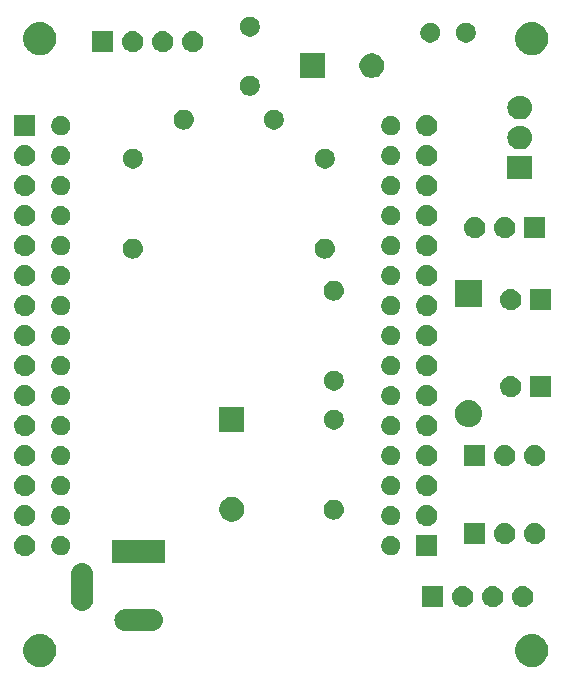
<source format=gts>
G04 #@! TF.GenerationSoftware,KiCad,Pcbnew,5.0.2-bee76a0~70~ubuntu18.04.1*
G04 #@! TF.CreationDate,2020-02-03T20:23:13+01:00*
G04 #@! TF.ProjectId,ESP8266-LolinV3-Lamp,45535038-3236-4362-9d4c-6f6c696e5633,2.0*
G04 #@! TF.SameCoordinates,Original*
G04 #@! TF.FileFunction,Soldermask,Top*
G04 #@! TF.FilePolarity,Negative*
%FSLAX46Y46*%
G04 Gerber Fmt 4.6, Leading zero omitted, Abs format (unit mm)*
G04 Created by KiCad (PCBNEW 5.0.2-bee76a0~70~ubuntu18.04.1) date lun 03 feb 2020 20:23:13 CET*
%MOMM*%
%LPD*%
G01*
G04 APERTURE LIST*
%ADD10C,0.100000*%
G04 APERTURE END LIST*
D10*
G36*
X184468433Y-102266893D02*
X184558657Y-102284839D01*
X184664267Y-102328585D01*
X184813621Y-102390449D01*
X185043089Y-102543774D01*
X185238226Y-102738911D01*
X185391551Y-102968379D01*
X185497161Y-103223344D01*
X185551000Y-103494012D01*
X185551000Y-103769988D01*
X185497161Y-104040656D01*
X185391551Y-104295621D01*
X185238226Y-104525089D01*
X185043089Y-104720226D01*
X184813621Y-104873551D01*
X184664267Y-104935415D01*
X184558657Y-104979161D01*
X184468433Y-104997107D01*
X184287988Y-105033000D01*
X184012012Y-105033000D01*
X183831567Y-104997107D01*
X183741343Y-104979161D01*
X183635733Y-104935415D01*
X183486379Y-104873551D01*
X183256911Y-104720226D01*
X183061774Y-104525089D01*
X182908449Y-104295621D01*
X182802839Y-104040656D01*
X182749000Y-103769988D01*
X182749000Y-103494012D01*
X182802839Y-103223344D01*
X182908449Y-102968379D01*
X183061774Y-102738911D01*
X183256911Y-102543774D01*
X183486379Y-102390449D01*
X183635733Y-102328585D01*
X183741343Y-102284839D01*
X183831567Y-102266893D01*
X184012012Y-102231000D01*
X184287988Y-102231000D01*
X184468433Y-102266893D01*
X184468433Y-102266893D01*
G37*
G36*
X142812433Y-102266893D02*
X142902657Y-102284839D01*
X143008267Y-102328585D01*
X143157621Y-102390449D01*
X143387089Y-102543774D01*
X143582226Y-102738911D01*
X143735551Y-102968379D01*
X143841161Y-103223344D01*
X143895000Y-103494012D01*
X143895000Y-103769988D01*
X143841161Y-104040656D01*
X143735551Y-104295621D01*
X143582226Y-104525089D01*
X143387089Y-104720226D01*
X143157621Y-104873551D01*
X143008267Y-104935415D01*
X142902657Y-104979161D01*
X142812433Y-104997107D01*
X142631988Y-105033000D01*
X142356012Y-105033000D01*
X142175567Y-104997107D01*
X142085343Y-104979161D01*
X141979733Y-104935415D01*
X141830379Y-104873551D01*
X141600911Y-104720226D01*
X141405774Y-104525089D01*
X141252449Y-104295621D01*
X141146839Y-104040656D01*
X141093000Y-103769988D01*
X141093000Y-103494012D01*
X141146839Y-103223344D01*
X141252449Y-102968379D01*
X141405774Y-102738911D01*
X141600911Y-102543774D01*
X141830379Y-102390449D01*
X141979733Y-102328585D01*
X142085343Y-102284839D01*
X142175567Y-102266893D01*
X142356012Y-102231000D01*
X142631988Y-102231000D01*
X142812433Y-102266893D01*
X142812433Y-102266893D01*
G37*
G36*
X152162425Y-100112760D02*
X152162428Y-100112761D01*
X152162429Y-100112761D01*
X152341693Y-100167140D01*
X152341695Y-100167141D01*
X152506905Y-100255448D01*
X152651712Y-100374288D01*
X152770552Y-100519095D01*
X152858859Y-100684305D01*
X152913240Y-100863575D01*
X152931601Y-101050000D01*
X152913240Y-101236425D01*
X152858859Y-101415695D01*
X152770552Y-101580905D01*
X152651712Y-101725712D01*
X152506905Y-101844552D01*
X152506903Y-101844553D01*
X152341693Y-101932860D01*
X152162429Y-101987239D01*
X152162428Y-101987239D01*
X152162425Y-101987240D01*
X152022718Y-102001000D01*
X149729282Y-102001000D01*
X149589575Y-101987240D01*
X149589572Y-101987239D01*
X149589571Y-101987239D01*
X149410307Y-101932860D01*
X149245097Y-101844553D01*
X149245095Y-101844552D01*
X149100288Y-101725712D01*
X148981448Y-101580905D01*
X148893141Y-101415695D01*
X148838760Y-101236425D01*
X148820399Y-101050000D01*
X148838760Y-100863575D01*
X148893141Y-100684305D01*
X148981448Y-100519095D01*
X149100288Y-100374288D01*
X149245095Y-100255448D01*
X149410305Y-100167141D01*
X149410307Y-100167140D01*
X149589571Y-100112761D01*
X149589572Y-100112761D01*
X149589575Y-100112760D01*
X149729282Y-100099000D01*
X152022718Y-100099000D01*
X152162425Y-100112760D01*
X152162425Y-100112760D01*
G37*
G36*
X146262424Y-96212760D02*
X146262427Y-96212761D01*
X146262428Y-96212761D01*
X146441692Y-96267140D01*
X146441694Y-96267141D01*
X146441697Y-96267142D01*
X146606904Y-96355446D01*
X146751712Y-96474288D01*
X146870552Y-96619095D01*
X146958859Y-96784305D01*
X147013240Y-96963575D01*
X147027000Y-97103282D01*
X147027000Y-99396718D01*
X147013240Y-99536425D01*
X147013239Y-99536428D01*
X147013239Y-99536429D01*
X147005182Y-99562991D01*
X146958859Y-99715695D01*
X146870552Y-99880905D01*
X146751712Y-100025712D01*
X146606905Y-100144552D01*
X146606903Y-100144553D01*
X146441693Y-100232860D01*
X146262429Y-100287239D01*
X146262428Y-100287239D01*
X146262425Y-100287240D01*
X146076000Y-100305601D01*
X145889576Y-100287240D01*
X145889573Y-100287239D01*
X145889572Y-100287239D01*
X145710308Y-100232860D01*
X145545098Y-100144553D01*
X145545096Y-100144552D01*
X145400289Y-100025712D01*
X145281449Y-99880905D01*
X145193142Y-99715695D01*
X145146820Y-99562991D01*
X145138762Y-99536429D01*
X145138762Y-99536428D01*
X145138761Y-99536425D01*
X145125001Y-99396718D01*
X145125000Y-97103283D01*
X145138760Y-96963576D01*
X145138761Y-96963572D01*
X145193140Y-96784308D01*
X145193141Y-96784306D01*
X145193142Y-96784303D01*
X145281446Y-96619096D01*
X145400288Y-96474288D01*
X145545095Y-96355448D01*
X145710305Y-96267141D01*
X145710307Y-96267140D01*
X145889571Y-96212761D01*
X145889572Y-96212761D01*
X145889575Y-96212760D01*
X146076000Y-96194399D01*
X146262424Y-96212760D01*
X146262424Y-96212760D01*
G37*
G36*
X180958443Y-98165519D02*
X181024627Y-98172037D01*
X181137853Y-98206384D01*
X181194467Y-98223557D01*
X181333087Y-98297652D01*
X181350991Y-98307222D01*
X181386729Y-98336552D01*
X181488186Y-98419814D01*
X181571448Y-98521271D01*
X181600778Y-98557009D01*
X181600779Y-98557011D01*
X181684443Y-98713533D01*
X181684443Y-98713534D01*
X181735963Y-98883373D01*
X181753359Y-99060000D01*
X181735963Y-99236627D01*
X181701616Y-99349853D01*
X181684443Y-99406467D01*
X181614978Y-99536425D01*
X181600778Y-99562991D01*
X181571448Y-99598729D01*
X181488186Y-99700186D01*
X181386729Y-99783448D01*
X181350991Y-99812778D01*
X181350989Y-99812779D01*
X181194467Y-99896443D01*
X181137853Y-99913616D01*
X181024627Y-99947963D01*
X180958443Y-99954481D01*
X180892260Y-99961000D01*
X180803740Y-99961000D01*
X180737557Y-99954481D01*
X180671373Y-99947963D01*
X180558147Y-99913616D01*
X180501533Y-99896443D01*
X180345011Y-99812779D01*
X180345009Y-99812778D01*
X180309271Y-99783448D01*
X180207814Y-99700186D01*
X180124552Y-99598729D01*
X180095222Y-99562991D01*
X180081022Y-99536425D01*
X180011557Y-99406467D01*
X179994384Y-99349853D01*
X179960037Y-99236627D01*
X179942641Y-99060000D01*
X179960037Y-98883373D01*
X180011557Y-98713534D01*
X180011557Y-98713533D01*
X180095221Y-98557011D01*
X180095222Y-98557009D01*
X180124552Y-98521271D01*
X180207814Y-98419814D01*
X180309271Y-98336552D01*
X180345009Y-98307222D01*
X180362913Y-98297652D01*
X180501533Y-98223557D01*
X180558147Y-98206384D01*
X180671373Y-98172037D01*
X180737557Y-98165519D01*
X180803740Y-98159000D01*
X180892260Y-98159000D01*
X180958443Y-98165519D01*
X180958443Y-98165519D01*
G37*
G36*
X178418443Y-98165519D02*
X178484627Y-98172037D01*
X178597853Y-98206384D01*
X178654467Y-98223557D01*
X178793087Y-98297652D01*
X178810991Y-98307222D01*
X178846729Y-98336552D01*
X178948186Y-98419814D01*
X179031448Y-98521271D01*
X179060778Y-98557009D01*
X179060779Y-98557011D01*
X179144443Y-98713533D01*
X179144443Y-98713534D01*
X179195963Y-98883373D01*
X179213359Y-99060000D01*
X179195963Y-99236627D01*
X179161616Y-99349853D01*
X179144443Y-99406467D01*
X179074978Y-99536425D01*
X179060778Y-99562991D01*
X179031448Y-99598729D01*
X178948186Y-99700186D01*
X178846729Y-99783448D01*
X178810991Y-99812778D01*
X178810989Y-99812779D01*
X178654467Y-99896443D01*
X178597853Y-99913616D01*
X178484627Y-99947963D01*
X178418443Y-99954481D01*
X178352260Y-99961000D01*
X178263740Y-99961000D01*
X178197557Y-99954481D01*
X178131373Y-99947963D01*
X178018147Y-99913616D01*
X177961533Y-99896443D01*
X177805011Y-99812779D01*
X177805009Y-99812778D01*
X177769271Y-99783448D01*
X177667814Y-99700186D01*
X177584552Y-99598729D01*
X177555222Y-99562991D01*
X177541022Y-99536425D01*
X177471557Y-99406467D01*
X177454384Y-99349853D01*
X177420037Y-99236627D01*
X177402641Y-99060000D01*
X177420037Y-98883373D01*
X177471557Y-98713534D01*
X177471557Y-98713533D01*
X177555221Y-98557011D01*
X177555222Y-98557009D01*
X177584552Y-98521271D01*
X177667814Y-98419814D01*
X177769271Y-98336552D01*
X177805009Y-98307222D01*
X177822913Y-98297652D01*
X177961533Y-98223557D01*
X178018147Y-98206384D01*
X178131373Y-98172037D01*
X178197557Y-98165519D01*
X178263740Y-98159000D01*
X178352260Y-98159000D01*
X178418443Y-98165519D01*
X178418443Y-98165519D01*
G37*
G36*
X176669000Y-99961000D02*
X174867000Y-99961000D01*
X174867000Y-98159000D01*
X176669000Y-98159000D01*
X176669000Y-99961000D01*
X176669000Y-99961000D01*
G37*
G36*
X183498443Y-98165519D02*
X183564627Y-98172037D01*
X183677853Y-98206384D01*
X183734467Y-98223557D01*
X183873087Y-98297652D01*
X183890991Y-98307222D01*
X183926729Y-98336552D01*
X184028186Y-98419814D01*
X184111448Y-98521271D01*
X184140778Y-98557009D01*
X184140779Y-98557011D01*
X184224443Y-98713533D01*
X184224443Y-98713534D01*
X184275963Y-98883373D01*
X184293359Y-99060000D01*
X184275963Y-99236627D01*
X184241616Y-99349853D01*
X184224443Y-99406467D01*
X184154978Y-99536425D01*
X184140778Y-99562991D01*
X184111448Y-99598729D01*
X184028186Y-99700186D01*
X183926729Y-99783448D01*
X183890991Y-99812778D01*
X183890989Y-99812779D01*
X183734467Y-99896443D01*
X183677853Y-99913616D01*
X183564627Y-99947963D01*
X183498443Y-99954481D01*
X183432260Y-99961000D01*
X183343740Y-99961000D01*
X183277557Y-99954481D01*
X183211373Y-99947963D01*
X183098147Y-99913616D01*
X183041533Y-99896443D01*
X182885011Y-99812779D01*
X182885009Y-99812778D01*
X182849271Y-99783448D01*
X182747814Y-99700186D01*
X182664552Y-99598729D01*
X182635222Y-99562991D01*
X182621022Y-99536425D01*
X182551557Y-99406467D01*
X182534384Y-99349853D01*
X182500037Y-99236627D01*
X182482641Y-99060000D01*
X182500037Y-98883373D01*
X182551557Y-98713534D01*
X182551557Y-98713533D01*
X182635221Y-98557011D01*
X182635222Y-98557009D01*
X182664552Y-98521271D01*
X182747814Y-98419814D01*
X182849271Y-98336552D01*
X182885009Y-98307222D01*
X182902913Y-98297652D01*
X183041533Y-98223557D01*
X183098147Y-98206384D01*
X183211373Y-98172037D01*
X183277557Y-98165519D01*
X183343740Y-98159000D01*
X183432260Y-98159000D01*
X183498443Y-98165519D01*
X183498443Y-98165519D01*
G37*
G36*
X153127000Y-96201000D02*
X148625000Y-96201000D01*
X148625000Y-94299000D01*
X153127000Y-94299000D01*
X153127000Y-96201000D01*
X153127000Y-96201000D01*
G37*
G36*
X176161000Y-95643000D02*
X174359000Y-95643000D01*
X174359000Y-93841000D01*
X176161000Y-93841000D01*
X176161000Y-95643000D01*
X176161000Y-95643000D01*
G37*
G36*
X141334443Y-93847519D02*
X141400627Y-93854037D01*
X141513853Y-93888384D01*
X141570467Y-93905557D01*
X141672774Y-93960242D01*
X141726991Y-93989222D01*
X141762729Y-94018552D01*
X141864186Y-94101814D01*
X141947448Y-94203271D01*
X141976778Y-94239009D01*
X141976779Y-94239011D01*
X142060443Y-94395533D01*
X142060443Y-94395534D01*
X142111963Y-94565373D01*
X142129359Y-94742000D01*
X142111963Y-94918627D01*
X142077616Y-95031853D01*
X142060443Y-95088467D01*
X141986348Y-95227087D01*
X141976778Y-95244991D01*
X141947448Y-95280729D01*
X141864186Y-95382186D01*
X141766358Y-95462470D01*
X141726991Y-95494778D01*
X141726989Y-95494779D01*
X141570467Y-95578443D01*
X141513853Y-95595616D01*
X141400627Y-95629963D01*
X141334442Y-95636482D01*
X141268260Y-95643000D01*
X141179740Y-95643000D01*
X141113558Y-95636482D01*
X141047373Y-95629963D01*
X140934147Y-95595616D01*
X140877533Y-95578443D01*
X140721011Y-95494779D01*
X140721009Y-95494778D01*
X140681642Y-95462470D01*
X140583814Y-95382186D01*
X140500552Y-95280729D01*
X140471222Y-95244991D01*
X140461652Y-95227087D01*
X140387557Y-95088467D01*
X140370384Y-95031853D01*
X140336037Y-94918627D01*
X140318641Y-94742000D01*
X140336037Y-94565373D01*
X140387557Y-94395534D01*
X140387557Y-94395533D01*
X140471221Y-94239011D01*
X140471222Y-94239009D01*
X140500552Y-94203271D01*
X140583814Y-94101814D01*
X140685271Y-94018552D01*
X140721009Y-93989222D01*
X140775226Y-93960242D01*
X140877533Y-93905557D01*
X140934147Y-93888384D01*
X141047373Y-93854037D01*
X141113557Y-93847519D01*
X141179740Y-93841000D01*
X141268260Y-93841000D01*
X141334443Y-93847519D01*
X141334443Y-93847519D01*
G37*
G36*
X144509142Y-93960242D02*
X144657102Y-94021530D01*
X144724130Y-94066317D01*
X144790257Y-94110501D01*
X144903499Y-94223743D01*
X144947683Y-94289870D01*
X144992470Y-94356898D01*
X145053758Y-94504858D01*
X145085000Y-94661925D01*
X145085000Y-94822075D01*
X145053758Y-94979142D01*
X145008474Y-95088466D01*
X144992471Y-95127100D01*
X144903499Y-95260257D01*
X144790257Y-95373499D01*
X144724130Y-95417683D01*
X144657102Y-95462470D01*
X144509142Y-95523758D01*
X144352075Y-95555000D01*
X144191925Y-95555000D01*
X144034858Y-95523758D01*
X143886898Y-95462470D01*
X143819870Y-95417683D01*
X143753743Y-95373499D01*
X143640501Y-95260257D01*
X143551529Y-95127100D01*
X143535526Y-95088466D01*
X143490242Y-94979142D01*
X143459000Y-94822075D01*
X143459000Y-94661925D01*
X143490242Y-94504858D01*
X143551530Y-94356898D01*
X143596317Y-94289870D01*
X143640501Y-94223743D01*
X143753743Y-94110501D01*
X143819870Y-94066317D01*
X143886898Y-94021530D01*
X144034858Y-93960242D01*
X144191925Y-93929000D01*
X144352075Y-93929000D01*
X144509142Y-93960242D01*
X144509142Y-93960242D01*
G37*
G36*
X172449142Y-93960242D02*
X172597102Y-94021530D01*
X172664130Y-94066317D01*
X172730257Y-94110501D01*
X172843499Y-94223743D01*
X172887683Y-94289870D01*
X172932470Y-94356898D01*
X172993758Y-94504858D01*
X173025000Y-94661925D01*
X173025000Y-94822075D01*
X172993758Y-94979142D01*
X172948474Y-95088466D01*
X172932471Y-95127100D01*
X172843499Y-95260257D01*
X172730257Y-95373499D01*
X172664130Y-95417683D01*
X172597102Y-95462470D01*
X172449142Y-95523758D01*
X172292075Y-95555000D01*
X172131925Y-95555000D01*
X171974858Y-95523758D01*
X171826898Y-95462470D01*
X171759870Y-95417683D01*
X171693743Y-95373499D01*
X171580501Y-95260257D01*
X171491529Y-95127100D01*
X171475526Y-95088466D01*
X171430242Y-94979142D01*
X171399000Y-94822075D01*
X171399000Y-94661925D01*
X171430242Y-94504858D01*
X171491530Y-94356898D01*
X171536317Y-94289870D01*
X171580501Y-94223743D01*
X171693743Y-94110501D01*
X171759870Y-94066317D01*
X171826898Y-94021530D01*
X171974858Y-93960242D01*
X172131925Y-93929000D01*
X172292075Y-93929000D01*
X172449142Y-93960242D01*
X172449142Y-93960242D01*
G37*
G36*
X180225000Y-94627000D02*
X178423000Y-94627000D01*
X178423000Y-92825000D01*
X180225000Y-92825000D01*
X180225000Y-94627000D01*
X180225000Y-94627000D01*
G37*
G36*
X181974442Y-92831518D02*
X182040627Y-92838037D01*
X182153853Y-92872384D01*
X182210467Y-92889557D01*
X182332485Y-92954778D01*
X182366991Y-92973222D01*
X182379829Y-92983758D01*
X182504186Y-93085814D01*
X182587448Y-93187271D01*
X182616778Y-93223009D01*
X182616779Y-93223011D01*
X182700443Y-93379533D01*
X182700443Y-93379534D01*
X182751963Y-93549373D01*
X182769359Y-93726000D01*
X182751963Y-93902627D01*
X182734485Y-93960243D01*
X182700443Y-94072467D01*
X182626348Y-94211087D01*
X182616778Y-94228991D01*
X182587448Y-94264729D01*
X182504186Y-94366186D01*
X182402729Y-94449448D01*
X182366991Y-94478778D01*
X182366989Y-94478779D01*
X182210467Y-94562443D01*
X182153853Y-94579616D01*
X182040627Y-94613963D01*
X181974443Y-94620481D01*
X181908260Y-94627000D01*
X181819740Y-94627000D01*
X181753557Y-94620481D01*
X181687373Y-94613963D01*
X181574147Y-94579616D01*
X181517533Y-94562443D01*
X181361011Y-94478779D01*
X181361009Y-94478778D01*
X181325271Y-94449448D01*
X181223814Y-94366186D01*
X181140552Y-94264729D01*
X181111222Y-94228991D01*
X181101652Y-94211087D01*
X181027557Y-94072467D01*
X180993515Y-93960243D01*
X180976037Y-93902627D01*
X180958641Y-93726000D01*
X180976037Y-93549373D01*
X181027557Y-93379534D01*
X181027557Y-93379533D01*
X181111221Y-93223011D01*
X181111222Y-93223009D01*
X181140552Y-93187271D01*
X181223814Y-93085814D01*
X181348171Y-92983758D01*
X181361009Y-92973222D01*
X181395515Y-92954778D01*
X181517533Y-92889557D01*
X181574147Y-92872384D01*
X181687373Y-92838037D01*
X181753558Y-92831518D01*
X181819740Y-92825000D01*
X181908260Y-92825000D01*
X181974442Y-92831518D01*
X181974442Y-92831518D01*
G37*
G36*
X184514442Y-92831518D02*
X184580627Y-92838037D01*
X184693853Y-92872384D01*
X184750467Y-92889557D01*
X184872485Y-92954778D01*
X184906991Y-92973222D01*
X184919829Y-92983758D01*
X185044186Y-93085814D01*
X185127448Y-93187271D01*
X185156778Y-93223009D01*
X185156779Y-93223011D01*
X185240443Y-93379533D01*
X185240443Y-93379534D01*
X185291963Y-93549373D01*
X185309359Y-93726000D01*
X185291963Y-93902627D01*
X185274485Y-93960243D01*
X185240443Y-94072467D01*
X185166348Y-94211087D01*
X185156778Y-94228991D01*
X185127448Y-94264729D01*
X185044186Y-94366186D01*
X184942729Y-94449448D01*
X184906991Y-94478778D01*
X184906989Y-94478779D01*
X184750467Y-94562443D01*
X184693853Y-94579616D01*
X184580627Y-94613963D01*
X184514443Y-94620481D01*
X184448260Y-94627000D01*
X184359740Y-94627000D01*
X184293557Y-94620481D01*
X184227373Y-94613963D01*
X184114147Y-94579616D01*
X184057533Y-94562443D01*
X183901011Y-94478779D01*
X183901009Y-94478778D01*
X183865271Y-94449448D01*
X183763814Y-94366186D01*
X183680552Y-94264729D01*
X183651222Y-94228991D01*
X183641652Y-94211087D01*
X183567557Y-94072467D01*
X183533515Y-93960243D01*
X183516037Y-93902627D01*
X183498641Y-93726000D01*
X183516037Y-93549373D01*
X183567557Y-93379534D01*
X183567557Y-93379533D01*
X183651221Y-93223011D01*
X183651222Y-93223009D01*
X183680552Y-93187271D01*
X183763814Y-93085814D01*
X183888171Y-92983758D01*
X183901009Y-92973222D01*
X183935515Y-92954778D01*
X184057533Y-92889557D01*
X184114147Y-92872384D01*
X184227373Y-92838037D01*
X184293558Y-92831518D01*
X184359740Y-92825000D01*
X184448260Y-92825000D01*
X184514442Y-92831518D01*
X184514442Y-92831518D01*
G37*
G36*
X141334443Y-91307519D02*
X141400627Y-91314037D01*
X141513853Y-91348384D01*
X141570467Y-91365557D01*
X141672774Y-91420242D01*
X141726991Y-91449222D01*
X141762729Y-91478552D01*
X141864186Y-91561814D01*
X141947448Y-91663271D01*
X141976778Y-91699009D01*
X141976779Y-91699011D01*
X142060443Y-91855533D01*
X142060443Y-91855534D01*
X142111963Y-92025373D01*
X142129359Y-92202000D01*
X142111963Y-92378627D01*
X142079991Y-92484025D01*
X142060443Y-92548467D01*
X142030019Y-92605385D01*
X141976778Y-92704991D01*
X141960357Y-92725000D01*
X141864186Y-92842186D01*
X141766358Y-92922470D01*
X141726991Y-92954778D01*
X141726989Y-92954779D01*
X141570467Y-93038443D01*
X141513853Y-93055616D01*
X141400627Y-93089963D01*
X141334443Y-93096481D01*
X141268260Y-93103000D01*
X141179740Y-93103000D01*
X141113557Y-93096481D01*
X141047373Y-93089963D01*
X140934147Y-93055616D01*
X140877533Y-93038443D01*
X140721011Y-92954779D01*
X140721009Y-92954778D01*
X140681642Y-92922470D01*
X140583814Y-92842186D01*
X140487643Y-92725000D01*
X140471222Y-92704991D01*
X140417981Y-92605385D01*
X140387557Y-92548467D01*
X140368009Y-92484025D01*
X140336037Y-92378627D01*
X140318641Y-92202000D01*
X140336037Y-92025373D01*
X140387557Y-91855534D01*
X140387557Y-91855533D01*
X140471221Y-91699011D01*
X140471222Y-91699009D01*
X140500552Y-91663271D01*
X140583814Y-91561814D01*
X140685271Y-91478552D01*
X140721009Y-91449222D01*
X140775226Y-91420242D01*
X140877533Y-91365557D01*
X140934147Y-91348384D01*
X141047373Y-91314037D01*
X141113557Y-91307519D01*
X141179740Y-91301000D01*
X141268260Y-91301000D01*
X141334443Y-91307519D01*
X141334443Y-91307519D01*
G37*
G36*
X175370443Y-91307519D02*
X175436627Y-91314037D01*
X175549853Y-91348384D01*
X175606467Y-91365557D01*
X175708774Y-91420242D01*
X175762991Y-91449222D01*
X175798729Y-91478552D01*
X175900186Y-91561814D01*
X175983448Y-91663271D01*
X176012778Y-91699009D01*
X176012779Y-91699011D01*
X176096443Y-91855533D01*
X176096443Y-91855534D01*
X176147963Y-92025373D01*
X176165359Y-92202000D01*
X176147963Y-92378627D01*
X176115991Y-92484025D01*
X176096443Y-92548467D01*
X176066019Y-92605385D01*
X176012778Y-92704991D01*
X175996357Y-92725000D01*
X175900186Y-92842186D01*
X175802358Y-92922470D01*
X175762991Y-92954778D01*
X175762989Y-92954779D01*
X175606467Y-93038443D01*
X175549853Y-93055616D01*
X175436627Y-93089963D01*
X175370443Y-93096481D01*
X175304260Y-93103000D01*
X175215740Y-93103000D01*
X175149557Y-93096481D01*
X175083373Y-93089963D01*
X174970147Y-93055616D01*
X174913533Y-93038443D01*
X174757011Y-92954779D01*
X174757009Y-92954778D01*
X174717642Y-92922470D01*
X174619814Y-92842186D01*
X174523643Y-92725000D01*
X174507222Y-92704991D01*
X174453981Y-92605385D01*
X174423557Y-92548467D01*
X174404009Y-92484025D01*
X174372037Y-92378627D01*
X174354641Y-92202000D01*
X174372037Y-92025373D01*
X174423557Y-91855534D01*
X174423557Y-91855533D01*
X174507221Y-91699011D01*
X174507222Y-91699009D01*
X174536552Y-91663271D01*
X174619814Y-91561814D01*
X174721271Y-91478552D01*
X174757009Y-91449222D01*
X174811226Y-91420242D01*
X174913533Y-91365557D01*
X174970147Y-91348384D01*
X175083373Y-91314037D01*
X175149557Y-91307519D01*
X175215740Y-91301000D01*
X175304260Y-91301000D01*
X175370443Y-91307519D01*
X175370443Y-91307519D01*
G37*
G36*
X144509142Y-91420242D02*
X144657102Y-91481530D01*
X144724130Y-91526317D01*
X144790257Y-91570501D01*
X144903499Y-91683743D01*
X144947683Y-91749870D01*
X144992470Y-91816898D01*
X145053758Y-91964858D01*
X145085000Y-92121925D01*
X145085000Y-92282075D01*
X145053758Y-92439142D01*
X144992470Y-92587102D01*
X144947683Y-92654130D01*
X144903499Y-92720257D01*
X144790257Y-92833499D01*
X144724130Y-92877683D01*
X144657102Y-92922470D01*
X144509142Y-92983758D01*
X144352075Y-93015000D01*
X144191925Y-93015000D01*
X144034858Y-92983758D01*
X143886898Y-92922470D01*
X143819870Y-92877683D01*
X143753743Y-92833499D01*
X143640501Y-92720257D01*
X143596317Y-92654130D01*
X143551530Y-92587102D01*
X143490242Y-92439142D01*
X143459000Y-92282075D01*
X143459000Y-92121925D01*
X143490242Y-91964858D01*
X143551530Y-91816898D01*
X143596317Y-91749870D01*
X143640501Y-91683743D01*
X143753743Y-91570501D01*
X143819870Y-91526317D01*
X143886898Y-91481530D01*
X144034858Y-91420242D01*
X144191925Y-91389000D01*
X144352075Y-91389000D01*
X144509142Y-91420242D01*
X144509142Y-91420242D01*
G37*
G36*
X172449142Y-91420242D02*
X172597102Y-91481530D01*
X172664130Y-91526317D01*
X172730257Y-91570501D01*
X172843499Y-91683743D01*
X172887683Y-91749870D01*
X172932470Y-91816898D01*
X172993758Y-91964858D01*
X173025000Y-92121925D01*
X173025000Y-92282075D01*
X172993758Y-92439142D01*
X172932470Y-92587102D01*
X172887683Y-92654130D01*
X172843499Y-92720257D01*
X172730257Y-92833499D01*
X172664130Y-92877683D01*
X172597102Y-92922470D01*
X172449142Y-92983758D01*
X172292075Y-93015000D01*
X172131925Y-93015000D01*
X171974858Y-92983758D01*
X171826898Y-92922470D01*
X171759870Y-92877683D01*
X171693743Y-92833499D01*
X171580501Y-92720257D01*
X171536317Y-92654130D01*
X171491530Y-92587102D01*
X171430242Y-92439142D01*
X171399000Y-92282075D01*
X171399000Y-92121925D01*
X171430242Y-91964858D01*
X171491530Y-91816898D01*
X171536317Y-91749870D01*
X171580501Y-91683743D01*
X171693743Y-91570501D01*
X171759870Y-91526317D01*
X171826898Y-91481530D01*
X171974858Y-91420242D01*
X172131925Y-91389000D01*
X172292075Y-91389000D01*
X172449142Y-91420242D01*
X172449142Y-91420242D01*
G37*
G36*
X159056565Y-90663389D02*
X159247834Y-90742615D01*
X159419976Y-90857637D01*
X159566363Y-91004024D01*
X159681385Y-91176166D01*
X159760611Y-91367435D01*
X159801000Y-91570484D01*
X159801000Y-91777516D01*
X159760611Y-91980565D01*
X159681385Y-92171834D01*
X159566363Y-92343976D01*
X159419976Y-92490363D01*
X159247834Y-92605385D01*
X159056565Y-92684611D01*
X158853516Y-92725000D01*
X158646484Y-92725000D01*
X158443435Y-92684611D01*
X158252166Y-92605385D01*
X158080024Y-92490363D01*
X157933637Y-92343976D01*
X157818615Y-92171834D01*
X157739389Y-91980565D01*
X157699000Y-91777516D01*
X157699000Y-91570484D01*
X157739389Y-91367435D01*
X157818615Y-91176166D01*
X157933637Y-91004024D01*
X158080024Y-90857637D01*
X158252166Y-90742615D01*
X158443435Y-90663389D01*
X158646484Y-90623000D01*
X158853516Y-90623000D01*
X159056565Y-90663389D01*
X159056565Y-90663389D01*
G37*
G36*
X167552821Y-90855313D02*
X167552824Y-90855314D01*
X167552825Y-90855314D01*
X167713239Y-90903975D01*
X167713241Y-90903976D01*
X167713244Y-90903977D01*
X167861078Y-90982995D01*
X167990659Y-91089341D01*
X168097005Y-91218922D01*
X168176023Y-91366756D01*
X168176024Y-91366759D01*
X168176025Y-91366761D01*
X168224686Y-91527175D01*
X168224687Y-91527179D01*
X168241117Y-91694000D01*
X168224687Y-91860821D01*
X168176023Y-92021244D01*
X168097005Y-92169078D01*
X167990659Y-92298659D01*
X167861078Y-92405005D01*
X167713244Y-92484023D01*
X167713241Y-92484024D01*
X167713239Y-92484025D01*
X167552825Y-92532686D01*
X167552824Y-92532686D01*
X167552821Y-92532687D01*
X167427804Y-92545000D01*
X167344196Y-92545000D01*
X167219179Y-92532687D01*
X167219176Y-92532686D01*
X167219175Y-92532686D01*
X167058761Y-92484025D01*
X167058759Y-92484024D01*
X167058756Y-92484023D01*
X166910922Y-92405005D01*
X166781341Y-92298659D01*
X166674995Y-92169078D01*
X166595977Y-92021244D01*
X166547313Y-91860821D01*
X166530883Y-91694000D01*
X166547313Y-91527179D01*
X166547314Y-91527175D01*
X166595975Y-91366761D01*
X166595976Y-91366759D01*
X166595977Y-91366756D01*
X166674995Y-91218922D01*
X166781341Y-91089341D01*
X166910922Y-90982995D01*
X167058756Y-90903977D01*
X167058759Y-90903976D01*
X167058761Y-90903975D01*
X167219175Y-90855314D01*
X167219176Y-90855314D01*
X167219179Y-90855313D01*
X167344196Y-90843000D01*
X167427804Y-90843000D01*
X167552821Y-90855313D01*
X167552821Y-90855313D01*
G37*
G36*
X141334442Y-88767518D02*
X141400627Y-88774037D01*
X141513853Y-88808384D01*
X141570467Y-88825557D01*
X141672774Y-88880242D01*
X141726991Y-88909222D01*
X141762729Y-88938552D01*
X141864186Y-89021814D01*
X141947448Y-89123271D01*
X141976778Y-89159009D01*
X141976779Y-89159011D01*
X142060443Y-89315533D01*
X142060443Y-89315534D01*
X142111963Y-89485373D01*
X142129359Y-89662000D01*
X142111963Y-89838627D01*
X142077616Y-89951853D01*
X142060443Y-90008467D01*
X141986348Y-90147087D01*
X141976778Y-90164991D01*
X141947448Y-90200729D01*
X141864186Y-90302186D01*
X141766358Y-90382470D01*
X141726991Y-90414778D01*
X141726989Y-90414779D01*
X141570467Y-90498443D01*
X141513853Y-90515616D01*
X141400627Y-90549963D01*
X141334442Y-90556482D01*
X141268260Y-90563000D01*
X141179740Y-90563000D01*
X141113558Y-90556482D01*
X141047373Y-90549963D01*
X140934147Y-90515616D01*
X140877533Y-90498443D01*
X140721011Y-90414779D01*
X140721009Y-90414778D01*
X140681642Y-90382470D01*
X140583814Y-90302186D01*
X140500552Y-90200729D01*
X140471222Y-90164991D01*
X140461652Y-90147087D01*
X140387557Y-90008467D01*
X140370384Y-89951853D01*
X140336037Y-89838627D01*
X140318641Y-89662000D01*
X140336037Y-89485373D01*
X140387557Y-89315534D01*
X140387557Y-89315533D01*
X140471221Y-89159011D01*
X140471222Y-89159009D01*
X140500552Y-89123271D01*
X140583814Y-89021814D01*
X140685271Y-88938552D01*
X140721009Y-88909222D01*
X140775226Y-88880242D01*
X140877533Y-88825557D01*
X140934147Y-88808384D01*
X141047373Y-88774037D01*
X141113558Y-88767518D01*
X141179740Y-88761000D01*
X141268260Y-88761000D01*
X141334442Y-88767518D01*
X141334442Y-88767518D01*
G37*
G36*
X175370442Y-88767518D02*
X175436627Y-88774037D01*
X175549853Y-88808384D01*
X175606467Y-88825557D01*
X175708774Y-88880242D01*
X175762991Y-88909222D01*
X175798729Y-88938552D01*
X175900186Y-89021814D01*
X175983448Y-89123271D01*
X176012778Y-89159009D01*
X176012779Y-89159011D01*
X176096443Y-89315533D01*
X176096443Y-89315534D01*
X176147963Y-89485373D01*
X176165359Y-89662000D01*
X176147963Y-89838627D01*
X176113616Y-89951853D01*
X176096443Y-90008467D01*
X176022348Y-90147087D01*
X176012778Y-90164991D01*
X175983448Y-90200729D01*
X175900186Y-90302186D01*
X175802358Y-90382470D01*
X175762991Y-90414778D01*
X175762989Y-90414779D01*
X175606467Y-90498443D01*
X175549853Y-90515616D01*
X175436627Y-90549963D01*
X175370442Y-90556482D01*
X175304260Y-90563000D01*
X175215740Y-90563000D01*
X175149558Y-90556482D01*
X175083373Y-90549963D01*
X174970147Y-90515616D01*
X174913533Y-90498443D01*
X174757011Y-90414779D01*
X174757009Y-90414778D01*
X174717642Y-90382470D01*
X174619814Y-90302186D01*
X174536552Y-90200729D01*
X174507222Y-90164991D01*
X174497652Y-90147087D01*
X174423557Y-90008467D01*
X174406384Y-89951853D01*
X174372037Y-89838627D01*
X174354641Y-89662000D01*
X174372037Y-89485373D01*
X174423557Y-89315534D01*
X174423557Y-89315533D01*
X174507221Y-89159011D01*
X174507222Y-89159009D01*
X174536552Y-89123271D01*
X174619814Y-89021814D01*
X174721271Y-88938552D01*
X174757009Y-88909222D01*
X174811226Y-88880242D01*
X174913533Y-88825557D01*
X174970147Y-88808384D01*
X175083373Y-88774037D01*
X175149558Y-88767518D01*
X175215740Y-88761000D01*
X175304260Y-88761000D01*
X175370442Y-88767518D01*
X175370442Y-88767518D01*
G37*
G36*
X172449142Y-88880242D02*
X172597102Y-88941530D01*
X172664130Y-88986317D01*
X172730257Y-89030501D01*
X172843499Y-89143743D01*
X172887683Y-89209870D01*
X172932470Y-89276898D01*
X172993758Y-89424858D01*
X173025000Y-89581925D01*
X173025000Y-89742075D01*
X172993758Y-89899142D01*
X172948474Y-90008466D01*
X172932471Y-90047100D01*
X172843499Y-90180257D01*
X172730257Y-90293499D01*
X172664130Y-90337683D01*
X172597102Y-90382470D01*
X172449142Y-90443758D01*
X172292075Y-90475000D01*
X172131925Y-90475000D01*
X171974858Y-90443758D01*
X171826898Y-90382470D01*
X171759870Y-90337683D01*
X171693743Y-90293499D01*
X171580501Y-90180257D01*
X171491529Y-90047100D01*
X171475526Y-90008466D01*
X171430242Y-89899142D01*
X171399000Y-89742075D01*
X171399000Y-89581925D01*
X171430242Y-89424858D01*
X171491530Y-89276898D01*
X171536317Y-89209870D01*
X171580501Y-89143743D01*
X171693743Y-89030501D01*
X171759870Y-88986317D01*
X171826898Y-88941530D01*
X171974858Y-88880242D01*
X172131925Y-88849000D01*
X172292075Y-88849000D01*
X172449142Y-88880242D01*
X172449142Y-88880242D01*
G37*
G36*
X144509142Y-88880242D02*
X144657102Y-88941530D01*
X144724130Y-88986317D01*
X144790257Y-89030501D01*
X144903499Y-89143743D01*
X144947683Y-89209870D01*
X144992470Y-89276898D01*
X145053758Y-89424858D01*
X145085000Y-89581925D01*
X145085000Y-89742075D01*
X145053758Y-89899142D01*
X145008474Y-90008466D01*
X144992471Y-90047100D01*
X144903499Y-90180257D01*
X144790257Y-90293499D01*
X144724130Y-90337683D01*
X144657102Y-90382470D01*
X144509142Y-90443758D01*
X144352075Y-90475000D01*
X144191925Y-90475000D01*
X144034858Y-90443758D01*
X143886898Y-90382470D01*
X143819870Y-90337683D01*
X143753743Y-90293499D01*
X143640501Y-90180257D01*
X143551529Y-90047100D01*
X143535526Y-90008466D01*
X143490242Y-89899142D01*
X143459000Y-89742075D01*
X143459000Y-89581925D01*
X143490242Y-89424858D01*
X143551530Y-89276898D01*
X143596317Y-89209870D01*
X143640501Y-89143743D01*
X143753743Y-89030501D01*
X143819870Y-88986317D01*
X143886898Y-88941530D01*
X144034858Y-88880242D01*
X144191925Y-88849000D01*
X144352075Y-88849000D01*
X144509142Y-88880242D01*
X144509142Y-88880242D01*
G37*
G36*
X184514443Y-86227519D02*
X184580627Y-86234037D01*
X184693853Y-86268384D01*
X184750467Y-86285557D01*
X184852774Y-86340242D01*
X184906991Y-86369222D01*
X184942729Y-86398552D01*
X185044186Y-86481814D01*
X185127448Y-86583271D01*
X185156778Y-86619009D01*
X185156779Y-86619011D01*
X185240443Y-86775533D01*
X185240443Y-86775534D01*
X185291963Y-86945373D01*
X185309359Y-87122000D01*
X185291963Y-87298627D01*
X185257616Y-87411853D01*
X185240443Y-87468467D01*
X185166348Y-87607087D01*
X185156778Y-87624991D01*
X185127448Y-87660729D01*
X185044186Y-87762186D01*
X184946358Y-87842470D01*
X184906991Y-87874778D01*
X184906989Y-87874779D01*
X184750467Y-87958443D01*
X184693853Y-87975616D01*
X184580627Y-88009963D01*
X184514443Y-88016481D01*
X184448260Y-88023000D01*
X184359740Y-88023000D01*
X184293557Y-88016481D01*
X184227373Y-88009963D01*
X184114147Y-87975616D01*
X184057533Y-87958443D01*
X183901011Y-87874779D01*
X183901009Y-87874778D01*
X183861642Y-87842470D01*
X183763814Y-87762186D01*
X183680552Y-87660729D01*
X183651222Y-87624991D01*
X183641652Y-87607087D01*
X183567557Y-87468467D01*
X183550384Y-87411853D01*
X183516037Y-87298627D01*
X183498641Y-87122000D01*
X183516037Y-86945373D01*
X183567557Y-86775534D01*
X183567557Y-86775533D01*
X183651221Y-86619011D01*
X183651222Y-86619009D01*
X183680552Y-86583271D01*
X183763814Y-86481814D01*
X183865271Y-86398552D01*
X183901009Y-86369222D01*
X183955226Y-86340242D01*
X184057533Y-86285557D01*
X184114147Y-86268384D01*
X184227373Y-86234037D01*
X184293557Y-86227519D01*
X184359740Y-86221000D01*
X184448260Y-86221000D01*
X184514443Y-86227519D01*
X184514443Y-86227519D01*
G37*
G36*
X181974443Y-86227519D02*
X182040627Y-86234037D01*
X182153853Y-86268384D01*
X182210467Y-86285557D01*
X182312774Y-86340242D01*
X182366991Y-86369222D01*
X182402729Y-86398552D01*
X182504186Y-86481814D01*
X182587448Y-86583271D01*
X182616778Y-86619009D01*
X182616779Y-86619011D01*
X182700443Y-86775533D01*
X182700443Y-86775534D01*
X182751963Y-86945373D01*
X182769359Y-87122000D01*
X182751963Y-87298627D01*
X182717616Y-87411853D01*
X182700443Y-87468467D01*
X182626348Y-87607087D01*
X182616778Y-87624991D01*
X182587448Y-87660729D01*
X182504186Y-87762186D01*
X182406358Y-87842470D01*
X182366991Y-87874778D01*
X182366989Y-87874779D01*
X182210467Y-87958443D01*
X182153853Y-87975616D01*
X182040627Y-88009963D01*
X181974443Y-88016481D01*
X181908260Y-88023000D01*
X181819740Y-88023000D01*
X181753557Y-88016481D01*
X181687373Y-88009963D01*
X181574147Y-87975616D01*
X181517533Y-87958443D01*
X181361011Y-87874779D01*
X181361009Y-87874778D01*
X181321642Y-87842470D01*
X181223814Y-87762186D01*
X181140552Y-87660729D01*
X181111222Y-87624991D01*
X181101652Y-87607087D01*
X181027557Y-87468467D01*
X181010384Y-87411853D01*
X180976037Y-87298627D01*
X180958641Y-87122000D01*
X180976037Y-86945373D01*
X181027557Y-86775534D01*
X181027557Y-86775533D01*
X181111221Y-86619011D01*
X181111222Y-86619009D01*
X181140552Y-86583271D01*
X181223814Y-86481814D01*
X181325271Y-86398552D01*
X181361009Y-86369222D01*
X181415226Y-86340242D01*
X181517533Y-86285557D01*
X181574147Y-86268384D01*
X181687373Y-86234037D01*
X181753557Y-86227519D01*
X181819740Y-86221000D01*
X181908260Y-86221000D01*
X181974443Y-86227519D01*
X181974443Y-86227519D01*
G37*
G36*
X175370443Y-86227519D02*
X175436627Y-86234037D01*
X175549853Y-86268384D01*
X175606467Y-86285557D01*
X175708774Y-86340242D01*
X175762991Y-86369222D01*
X175798729Y-86398552D01*
X175900186Y-86481814D01*
X175983448Y-86583271D01*
X176012778Y-86619009D01*
X176012779Y-86619011D01*
X176096443Y-86775533D01*
X176096443Y-86775534D01*
X176147963Y-86945373D01*
X176165359Y-87122000D01*
X176147963Y-87298627D01*
X176113616Y-87411853D01*
X176096443Y-87468467D01*
X176022348Y-87607087D01*
X176012778Y-87624991D01*
X175983448Y-87660729D01*
X175900186Y-87762186D01*
X175802358Y-87842470D01*
X175762991Y-87874778D01*
X175762989Y-87874779D01*
X175606467Y-87958443D01*
X175549853Y-87975616D01*
X175436627Y-88009963D01*
X175370443Y-88016481D01*
X175304260Y-88023000D01*
X175215740Y-88023000D01*
X175149557Y-88016481D01*
X175083373Y-88009963D01*
X174970147Y-87975616D01*
X174913533Y-87958443D01*
X174757011Y-87874779D01*
X174757009Y-87874778D01*
X174717642Y-87842470D01*
X174619814Y-87762186D01*
X174536552Y-87660729D01*
X174507222Y-87624991D01*
X174497652Y-87607087D01*
X174423557Y-87468467D01*
X174406384Y-87411853D01*
X174372037Y-87298627D01*
X174354641Y-87122000D01*
X174372037Y-86945373D01*
X174423557Y-86775534D01*
X174423557Y-86775533D01*
X174507221Y-86619011D01*
X174507222Y-86619009D01*
X174536552Y-86583271D01*
X174619814Y-86481814D01*
X174721271Y-86398552D01*
X174757009Y-86369222D01*
X174811226Y-86340242D01*
X174913533Y-86285557D01*
X174970147Y-86268384D01*
X175083373Y-86234037D01*
X175149557Y-86227519D01*
X175215740Y-86221000D01*
X175304260Y-86221000D01*
X175370443Y-86227519D01*
X175370443Y-86227519D01*
G37*
G36*
X180225000Y-88023000D02*
X178423000Y-88023000D01*
X178423000Y-86221000D01*
X180225000Y-86221000D01*
X180225000Y-88023000D01*
X180225000Y-88023000D01*
G37*
G36*
X141334443Y-86227519D02*
X141400627Y-86234037D01*
X141513853Y-86268384D01*
X141570467Y-86285557D01*
X141672774Y-86340242D01*
X141726991Y-86369222D01*
X141762729Y-86398552D01*
X141864186Y-86481814D01*
X141947448Y-86583271D01*
X141976778Y-86619009D01*
X141976779Y-86619011D01*
X142060443Y-86775533D01*
X142060443Y-86775534D01*
X142111963Y-86945373D01*
X142129359Y-87122000D01*
X142111963Y-87298627D01*
X142077616Y-87411853D01*
X142060443Y-87468467D01*
X141986348Y-87607087D01*
X141976778Y-87624991D01*
X141947448Y-87660729D01*
X141864186Y-87762186D01*
X141766358Y-87842470D01*
X141726991Y-87874778D01*
X141726989Y-87874779D01*
X141570467Y-87958443D01*
X141513853Y-87975616D01*
X141400627Y-88009963D01*
X141334443Y-88016481D01*
X141268260Y-88023000D01*
X141179740Y-88023000D01*
X141113557Y-88016481D01*
X141047373Y-88009963D01*
X140934147Y-87975616D01*
X140877533Y-87958443D01*
X140721011Y-87874779D01*
X140721009Y-87874778D01*
X140681642Y-87842470D01*
X140583814Y-87762186D01*
X140500552Y-87660729D01*
X140471222Y-87624991D01*
X140461652Y-87607087D01*
X140387557Y-87468467D01*
X140370384Y-87411853D01*
X140336037Y-87298627D01*
X140318641Y-87122000D01*
X140336037Y-86945373D01*
X140387557Y-86775534D01*
X140387557Y-86775533D01*
X140471221Y-86619011D01*
X140471222Y-86619009D01*
X140500552Y-86583271D01*
X140583814Y-86481814D01*
X140685271Y-86398552D01*
X140721009Y-86369222D01*
X140775226Y-86340242D01*
X140877533Y-86285557D01*
X140934147Y-86268384D01*
X141047373Y-86234037D01*
X141113557Y-86227519D01*
X141179740Y-86221000D01*
X141268260Y-86221000D01*
X141334443Y-86227519D01*
X141334443Y-86227519D01*
G37*
G36*
X172449142Y-86340242D02*
X172597102Y-86401530D01*
X172664130Y-86446317D01*
X172730257Y-86490501D01*
X172843499Y-86603743D01*
X172887683Y-86669870D01*
X172932470Y-86736898D01*
X172993758Y-86884858D01*
X173025000Y-87041925D01*
X173025000Y-87202075D01*
X172993758Y-87359142D01*
X172948474Y-87468466D01*
X172932471Y-87507100D01*
X172843499Y-87640257D01*
X172730257Y-87753499D01*
X172664130Y-87797683D01*
X172597102Y-87842470D01*
X172449142Y-87903758D01*
X172292075Y-87935000D01*
X172131925Y-87935000D01*
X171974858Y-87903758D01*
X171826898Y-87842470D01*
X171759870Y-87797683D01*
X171693743Y-87753499D01*
X171580501Y-87640257D01*
X171491529Y-87507100D01*
X171475526Y-87468466D01*
X171430242Y-87359142D01*
X171399000Y-87202075D01*
X171399000Y-87041925D01*
X171430242Y-86884858D01*
X171491530Y-86736898D01*
X171536317Y-86669870D01*
X171580501Y-86603743D01*
X171693743Y-86490501D01*
X171759870Y-86446317D01*
X171826898Y-86401530D01*
X171974858Y-86340242D01*
X172131925Y-86309000D01*
X172292075Y-86309000D01*
X172449142Y-86340242D01*
X172449142Y-86340242D01*
G37*
G36*
X144509142Y-86340242D02*
X144657102Y-86401530D01*
X144724130Y-86446317D01*
X144790257Y-86490501D01*
X144903499Y-86603743D01*
X144947683Y-86669870D01*
X144992470Y-86736898D01*
X145053758Y-86884858D01*
X145085000Y-87041925D01*
X145085000Y-87202075D01*
X145053758Y-87359142D01*
X145008474Y-87468466D01*
X144992471Y-87507100D01*
X144903499Y-87640257D01*
X144790257Y-87753499D01*
X144724130Y-87797683D01*
X144657102Y-87842470D01*
X144509142Y-87903758D01*
X144352075Y-87935000D01*
X144191925Y-87935000D01*
X144034858Y-87903758D01*
X143886898Y-87842470D01*
X143819870Y-87797683D01*
X143753743Y-87753499D01*
X143640501Y-87640257D01*
X143551529Y-87507100D01*
X143535526Y-87468466D01*
X143490242Y-87359142D01*
X143459000Y-87202075D01*
X143459000Y-87041925D01*
X143490242Y-86884858D01*
X143551530Y-86736898D01*
X143596317Y-86669870D01*
X143640501Y-86603743D01*
X143753743Y-86490501D01*
X143819870Y-86446317D01*
X143886898Y-86401530D01*
X144034858Y-86340242D01*
X144191925Y-86309000D01*
X144352075Y-86309000D01*
X144509142Y-86340242D01*
X144509142Y-86340242D01*
G37*
G36*
X141334443Y-83687519D02*
X141400627Y-83694037D01*
X141513853Y-83728384D01*
X141570467Y-83745557D01*
X141672774Y-83800242D01*
X141726991Y-83829222D01*
X141762729Y-83858552D01*
X141864186Y-83941814D01*
X141918999Y-84008605D01*
X141976778Y-84079009D01*
X141976779Y-84079011D01*
X142060443Y-84235533D01*
X142060443Y-84235534D01*
X142111963Y-84405373D01*
X142129359Y-84582000D01*
X142111963Y-84758627D01*
X142090874Y-84828147D01*
X142060443Y-84928467D01*
X141986348Y-85067087D01*
X141976778Y-85084991D01*
X141947448Y-85120729D01*
X141864186Y-85222186D01*
X141766358Y-85302470D01*
X141726991Y-85334778D01*
X141726989Y-85334779D01*
X141570467Y-85418443D01*
X141513853Y-85435616D01*
X141400627Y-85469963D01*
X141334442Y-85476482D01*
X141268260Y-85483000D01*
X141179740Y-85483000D01*
X141113558Y-85476482D01*
X141047373Y-85469963D01*
X140934147Y-85435616D01*
X140877533Y-85418443D01*
X140721011Y-85334779D01*
X140721009Y-85334778D01*
X140681642Y-85302470D01*
X140583814Y-85222186D01*
X140500552Y-85120729D01*
X140471222Y-85084991D01*
X140461652Y-85067087D01*
X140387557Y-84928467D01*
X140357126Y-84828147D01*
X140336037Y-84758627D01*
X140318641Y-84582000D01*
X140336037Y-84405373D01*
X140387557Y-84235534D01*
X140387557Y-84235533D01*
X140471221Y-84079011D01*
X140471222Y-84079009D01*
X140529001Y-84008605D01*
X140583814Y-83941814D01*
X140685271Y-83858552D01*
X140721009Y-83829222D01*
X140775226Y-83800242D01*
X140877533Y-83745557D01*
X140934147Y-83728384D01*
X141047373Y-83694037D01*
X141113557Y-83687519D01*
X141179740Y-83681000D01*
X141268260Y-83681000D01*
X141334443Y-83687519D01*
X141334443Y-83687519D01*
G37*
G36*
X175370443Y-83687519D02*
X175436627Y-83694037D01*
X175549853Y-83728384D01*
X175606467Y-83745557D01*
X175708774Y-83800242D01*
X175762991Y-83829222D01*
X175798729Y-83858552D01*
X175900186Y-83941814D01*
X175954999Y-84008605D01*
X176012778Y-84079009D01*
X176012779Y-84079011D01*
X176096443Y-84235533D01*
X176096443Y-84235534D01*
X176147963Y-84405373D01*
X176165359Y-84582000D01*
X176147963Y-84758627D01*
X176126874Y-84828147D01*
X176096443Y-84928467D01*
X176022348Y-85067087D01*
X176012778Y-85084991D01*
X175983448Y-85120729D01*
X175900186Y-85222186D01*
X175802358Y-85302470D01*
X175762991Y-85334778D01*
X175762989Y-85334779D01*
X175606467Y-85418443D01*
X175549853Y-85435616D01*
X175436627Y-85469963D01*
X175370442Y-85476482D01*
X175304260Y-85483000D01*
X175215740Y-85483000D01*
X175149558Y-85476482D01*
X175083373Y-85469963D01*
X174970147Y-85435616D01*
X174913533Y-85418443D01*
X174757011Y-85334779D01*
X174757009Y-85334778D01*
X174717642Y-85302470D01*
X174619814Y-85222186D01*
X174536552Y-85120729D01*
X174507222Y-85084991D01*
X174497652Y-85067087D01*
X174423557Y-84928467D01*
X174393126Y-84828147D01*
X174372037Y-84758627D01*
X174354641Y-84582000D01*
X174372037Y-84405373D01*
X174423557Y-84235534D01*
X174423557Y-84235533D01*
X174507221Y-84079011D01*
X174507222Y-84079009D01*
X174565001Y-84008605D01*
X174619814Y-83941814D01*
X174721271Y-83858552D01*
X174757009Y-83829222D01*
X174811226Y-83800242D01*
X174913533Y-83745557D01*
X174970147Y-83728384D01*
X175083373Y-83694037D01*
X175149557Y-83687519D01*
X175215740Y-83681000D01*
X175304260Y-83681000D01*
X175370443Y-83687519D01*
X175370443Y-83687519D01*
G37*
G36*
X172449142Y-83800242D02*
X172597102Y-83861530D01*
X172664130Y-83906317D01*
X172730257Y-83950501D01*
X172843499Y-84063743D01*
X172887683Y-84129870D01*
X172932470Y-84196898D01*
X172993758Y-84344858D01*
X173025000Y-84501925D01*
X173025000Y-84662075D01*
X172993758Y-84819142D01*
X172963456Y-84892296D01*
X172932471Y-84967100D01*
X172843499Y-85100257D01*
X172730257Y-85213499D01*
X172664130Y-85257683D01*
X172597102Y-85302470D01*
X172449142Y-85363758D01*
X172292075Y-85395000D01*
X172131925Y-85395000D01*
X171974858Y-85363758D01*
X171826898Y-85302470D01*
X171759870Y-85257683D01*
X171693743Y-85213499D01*
X171580501Y-85100257D01*
X171491529Y-84967100D01*
X171460544Y-84892296D01*
X171430242Y-84819142D01*
X171399000Y-84662075D01*
X171399000Y-84501925D01*
X171430242Y-84344858D01*
X171491530Y-84196898D01*
X171536317Y-84129870D01*
X171580501Y-84063743D01*
X171693743Y-83950501D01*
X171759870Y-83906317D01*
X171826898Y-83861530D01*
X171974858Y-83800242D01*
X172131925Y-83769000D01*
X172292075Y-83769000D01*
X172449142Y-83800242D01*
X172449142Y-83800242D01*
G37*
G36*
X144509142Y-83800242D02*
X144657102Y-83861530D01*
X144724130Y-83906317D01*
X144790257Y-83950501D01*
X144903499Y-84063743D01*
X144947683Y-84129870D01*
X144992470Y-84196898D01*
X145053758Y-84344858D01*
X145085000Y-84501925D01*
X145085000Y-84662075D01*
X145053758Y-84819142D01*
X145023456Y-84892296D01*
X144992471Y-84967100D01*
X144903499Y-85100257D01*
X144790257Y-85213499D01*
X144724130Y-85257683D01*
X144657102Y-85302470D01*
X144509142Y-85363758D01*
X144352075Y-85395000D01*
X144191925Y-85395000D01*
X144034858Y-85363758D01*
X143886898Y-85302470D01*
X143819870Y-85257683D01*
X143753743Y-85213499D01*
X143640501Y-85100257D01*
X143551529Y-84967100D01*
X143520544Y-84892296D01*
X143490242Y-84819142D01*
X143459000Y-84662075D01*
X143459000Y-84501925D01*
X143490242Y-84344858D01*
X143551530Y-84196898D01*
X143596317Y-84129870D01*
X143640501Y-84063743D01*
X143753743Y-83950501D01*
X143819870Y-83906317D01*
X143886898Y-83861530D01*
X144034858Y-83800242D01*
X144191925Y-83769000D01*
X144352075Y-83769000D01*
X144509142Y-83800242D01*
X144509142Y-83800242D01*
G37*
G36*
X159801000Y-85125000D02*
X157699000Y-85125000D01*
X157699000Y-83023000D01*
X159801000Y-83023000D01*
X159801000Y-85125000D01*
X159801000Y-85125000D01*
G37*
G36*
X167634228Y-83255703D02*
X167789100Y-83319853D01*
X167928481Y-83412985D01*
X168047015Y-83531519D01*
X168140147Y-83670900D01*
X168204297Y-83825772D01*
X168237000Y-83990184D01*
X168237000Y-84157816D01*
X168204297Y-84322228D01*
X168140147Y-84477100D01*
X168047015Y-84616481D01*
X167928481Y-84735015D01*
X167789100Y-84828147D01*
X167634228Y-84892297D01*
X167469816Y-84925000D01*
X167302184Y-84925000D01*
X167137772Y-84892297D01*
X166982900Y-84828147D01*
X166843519Y-84735015D01*
X166724985Y-84616481D01*
X166631853Y-84477100D01*
X166567703Y-84322228D01*
X166535000Y-84157816D01*
X166535000Y-83990184D01*
X166567703Y-83825772D01*
X166631853Y-83670900D01*
X166724985Y-83531519D01*
X166843519Y-83412985D01*
X166982900Y-83319853D01*
X167137772Y-83255703D01*
X167302184Y-83223000D01*
X167469816Y-83223000D01*
X167634228Y-83255703D01*
X167634228Y-83255703D01*
G37*
G36*
X178940180Y-82421662D02*
X179041635Y-82431654D01*
X179258600Y-82497470D01*
X179258602Y-82497471D01*
X179258605Y-82497472D01*
X179458556Y-82604347D01*
X179633818Y-82748182D01*
X179777653Y-82923444D01*
X179884528Y-83123395D01*
X179884529Y-83123398D01*
X179884530Y-83123400D01*
X179950346Y-83340365D01*
X179972569Y-83566000D01*
X179950346Y-83791635D01*
X179890116Y-83990184D01*
X179884528Y-84008605D01*
X179777653Y-84208556D01*
X179633818Y-84383818D01*
X179458556Y-84527653D01*
X179258605Y-84634528D01*
X179258602Y-84634529D01*
X179258600Y-84634530D01*
X179041635Y-84700346D01*
X178940180Y-84710338D01*
X178872545Y-84717000D01*
X178759455Y-84717000D01*
X178691820Y-84710338D01*
X178590365Y-84700346D01*
X178373400Y-84634530D01*
X178373398Y-84634529D01*
X178373395Y-84634528D01*
X178173444Y-84527653D01*
X177998182Y-84383818D01*
X177854347Y-84208556D01*
X177747472Y-84008605D01*
X177741884Y-83990184D01*
X177681654Y-83791635D01*
X177659431Y-83566000D01*
X177681654Y-83340365D01*
X177747470Y-83123400D01*
X177747471Y-83123398D01*
X177747472Y-83123395D01*
X177854347Y-82923444D01*
X177998182Y-82748182D01*
X178173444Y-82604347D01*
X178373395Y-82497472D01*
X178373398Y-82497471D01*
X178373400Y-82497470D01*
X178590365Y-82431654D01*
X178691820Y-82421662D01*
X178759455Y-82415000D01*
X178872545Y-82415000D01*
X178940180Y-82421662D01*
X178940180Y-82421662D01*
G37*
G36*
X175370443Y-81147519D02*
X175436627Y-81154037D01*
X175549853Y-81188384D01*
X175606467Y-81205557D01*
X175708774Y-81260242D01*
X175762991Y-81289222D01*
X175793769Y-81314481D01*
X175900186Y-81401814D01*
X175983448Y-81503271D01*
X176012778Y-81539009D01*
X176012779Y-81539011D01*
X176096443Y-81695533D01*
X176096443Y-81695534D01*
X176147963Y-81865373D01*
X176165359Y-82042000D01*
X176147963Y-82218627D01*
X176113616Y-82331853D01*
X176096443Y-82388467D01*
X176038179Y-82497470D01*
X176012778Y-82544991D01*
X175983448Y-82580729D01*
X175900186Y-82682186D01*
X175819768Y-82748182D01*
X175762991Y-82794778D01*
X175762989Y-82794779D01*
X175606467Y-82878443D01*
X175549853Y-82895616D01*
X175436627Y-82929963D01*
X175370443Y-82936481D01*
X175304260Y-82943000D01*
X175215740Y-82943000D01*
X175149557Y-82936481D01*
X175083373Y-82929963D01*
X174970147Y-82895616D01*
X174913533Y-82878443D01*
X174757011Y-82794779D01*
X174757009Y-82794778D01*
X174700232Y-82748182D01*
X174619814Y-82682186D01*
X174536552Y-82580729D01*
X174507222Y-82544991D01*
X174481821Y-82497470D01*
X174423557Y-82388467D01*
X174406384Y-82331853D01*
X174372037Y-82218627D01*
X174354641Y-82042000D01*
X174372037Y-81865373D01*
X174423557Y-81695534D01*
X174423557Y-81695533D01*
X174507221Y-81539011D01*
X174507222Y-81539009D01*
X174536552Y-81503271D01*
X174619814Y-81401814D01*
X174726231Y-81314481D01*
X174757009Y-81289222D01*
X174811226Y-81260242D01*
X174913533Y-81205557D01*
X174970147Y-81188384D01*
X175083373Y-81154037D01*
X175149557Y-81147519D01*
X175215740Y-81141000D01*
X175304260Y-81141000D01*
X175370443Y-81147519D01*
X175370443Y-81147519D01*
G37*
G36*
X141334443Y-81147519D02*
X141400627Y-81154037D01*
X141513853Y-81188384D01*
X141570467Y-81205557D01*
X141672774Y-81260242D01*
X141726991Y-81289222D01*
X141757769Y-81314481D01*
X141864186Y-81401814D01*
X141947448Y-81503271D01*
X141976778Y-81539009D01*
X141976779Y-81539011D01*
X142060443Y-81695533D01*
X142060443Y-81695534D01*
X142111963Y-81865373D01*
X142129359Y-82042000D01*
X142111963Y-82218627D01*
X142077616Y-82331853D01*
X142060443Y-82388467D01*
X142002179Y-82497470D01*
X141976778Y-82544991D01*
X141947448Y-82580729D01*
X141864186Y-82682186D01*
X141783768Y-82748182D01*
X141726991Y-82794778D01*
X141726989Y-82794779D01*
X141570467Y-82878443D01*
X141513853Y-82895616D01*
X141400627Y-82929963D01*
X141334443Y-82936481D01*
X141268260Y-82943000D01*
X141179740Y-82943000D01*
X141113557Y-82936481D01*
X141047373Y-82929963D01*
X140934147Y-82895616D01*
X140877533Y-82878443D01*
X140721011Y-82794779D01*
X140721009Y-82794778D01*
X140664232Y-82748182D01*
X140583814Y-82682186D01*
X140500552Y-82580729D01*
X140471222Y-82544991D01*
X140445821Y-82497470D01*
X140387557Y-82388467D01*
X140370384Y-82331853D01*
X140336037Y-82218627D01*
X140318641Y-82042000D01*
X140336037Y-81865373D01*
X140387557Y-81695534D01*
X140387557Y-81695533D01*
X140471221Y-81539011D01*
X140471222Y-81539009D01*
X140500552Y-81503271D01*
X140583814Y-81401814D01*
X140690231Y-81314481D01*
X140721009Y-81289222D01*
X140775226Y-81260242D01*
X140877533Y-81205557D01*
X140934147Y-81188384D01*
X141047373Y-81154037D01*
X141113557Y-81147519D01*
X141179740Y-81141000D01*
X141268260Y-81141000D01*
X141334443Y-81147519D01*
X141334443Y-81147519D01*
G37*
G36*
X144509142Y-81260242D02*
X144623583Y-81307646D01*
X144640085Y-81314481D01*
X144657102Y-81321530D01*
X144724130Y-81366317D01*
X144790257Y-81410501D01*
X144903499Y-81523743D01*
X144947683Y-81589870D01*
X144992470Y-81656898D01*
X145053758Y-81804858D01*
X145085000Y-81961925D01*
X145085000Y-82122075D01*
X145053758Y-82279142D01*
X145008474Y-82388466D01*
X144992471Y-82427100D01*
X144903499Y-82560257D01*
X144790257Y-82673499D01*
X144724130Y-82717683D01*
X144657102Y-82762470D01*
X144509142Y-82823758D01*
X144352075Y-82855000D01*
X144191925Y-82855000D01*
X144034858Y-82823758D01*
X143886898Y-82762470D01*
X143819870Y-82717683D01*
X143753743Y-82673499D01*
X143640501Y-82560257D01*
X143551529Y-82427100D01*
X143535526Y-82388466D01*
X143490242Y-82279142D01*
X143459000Y-82122075D01*
X143459000Y-81961925D01*
X143490242Y-81804858D01*
X143551530Y-81656898D01*
X143596317Y-81589870D01*
X143640501Y-81523743D01*
X143753743Y-81410501D01*
X143819870Y-81366317D01*
X143886898Y-81321530D01*
X143903916Y-81314481D01*
X143920417Y-81307646D01*
X144034858Y-81260242D01*
X144191925Y-81229000D01*
X144352075Y-81229000D01*
X144509142Y-81260242D01*
X144509142Y-81260242D01*
G37*
G36*
X172449142Y-81260242D02*
X172563583Y-81307646D01*
X172580085Y-81314481D01*
X172597102Y-81321530D01*
X172664130Y-81366317D01*
X172730257Y-81410501D01*
X172843499Y-81523743D01*
X172887683Y-81589870D01*
X172932470Y-81656898D01*
X172993758Y-81804858D01*
X173025000Y-81961925D01*
X173025000Y-82122075D01*
X172993758Y-82279142D01*
X172948474Y-82388466D01*
X172932471Y-82427100D01*
X172843499Y-82560257D01*
X172730257Y-82673499D01*
X172664130Y-82717683D01*
X172597102Y-82762470D01*
X172449142Y-82823758D01*
X172292075Y-82855000D01*
X172131925Y-82855000D01*
X171974858Y-82823758D01*
X171826898Y-82762470D01*
X171759870Y-82717683D01*
X171693743Y-82673499D01*
X171580501Y-82560257D01*
X171491529Y-82427100D01*
X171475526Y-82388466D01*
X171430242Y-82279142D01*
X171399000Y-82122075D01*
X171399000Y-81961925D01*
X171430242Y-81804858D01*
X171491530Y-81656898D01*
X171536317Y-81589870D01*
X171580501Y-81523743D01*
X171693743Y-81410501D01*
X171759870Y-81366317D01*
X171826898Y-81321530D01*
X171843916Y-81314481D01*
X171860417Y-81307646D01*
X171974858Y-81260242D01*
X172131925Y-81229000D01*
X172292075Y-81229000D01*
X172449142Y-81260242D01*
X172449142Y-81260242D01*
G37*
G36*
X185813000Y-82181000D02*
X184011000Y-82181000D01*
X184011000Y-80379000D01*
X185813000Y-80379000D01*
X185813000Y-82181000D01*
X185813000Y-82181000D01*
G37*
G36*
X182482442Y-80385518D02*
X182548627Y-80392037D01*
X182661853Y-80426384D01*
X182718467Y-80443557D01*
X182857087Y-80517652D01*
X182874991Y-80527222D01*
X182910729Y-80556552D01*
X183012186Y-80639814D01*
X183095448Y-80741271D01*
X183124778Y-80777009D01*
X183124779Y-80777011D01*
X183208443Y-80933533D01*
X183208443Y-80933534D01*
X183259963Y-81103373D01*
X183277359Y-81280000D01*
X183259963Y-81456627D01*
X183238874Y-81526147D01*
X183208443Y-81626467D01*
X183192177Y-81656898D01*
X183124778Y-81782991D01*
X183106833Y-81804857D01*
X183012186Y-81920186D01*
X182910729Y-82003448D01*
X182874991Y-82032778D01*
X182874989Y-82032779D01*
X182718467Y-82116443D01*
X182699900Y-82122075D01*
X182548627Y-82167963D01*
X182482443Y-82174481D01*
X182416260Y-82181000D01*
X182327740Y-82181000D01*
X182261557Y-82174481D01*
X182195373Y-82167963D01*
X182044100Y-82122075D01*
X182025533Y-82116443D01*
X181869011Y-82032779D01*
X181869009Y-82032778D01*
X181833271Y-82003448D01*
X181731814Y-81920186D01*
X181637167Y-81804857D01*
X181619222Y-81782991D01*
X181551823Y-81656898D01*
X181535557Y-81626467D01*
X181505126Y-81526147D01*
X181484037Y-81456627D01*
X181466641Y-81280000D01*
X181484037Y-81103373D01*
X181535557Y-80933534D01*
X181535557Y-80933533D01*
X181619221Y-80777011D01*
X181619222Y-80777009D01*
X181648552Y-80741271D01*
X181731814Y-80639814D01*
X181833271Y-80556552D01*
X181869009Y-80527222D01*
X181886913Y-80517652D01*
X182025533Y-80443557D01*
X182082147Y-80426384D01*
X182195373Y-80392037D01*
X182261558Y-80385518D01*
X182327740Y-80379000D01*
X182416260Y-80379000D01*
X182482442Y-80385518D01*
X182482442Y-80385518D01*
G37*
G36*
X167634228Y-79953703D02*
X167789100Y-80017853D01*
X167928481Y-80110985D01*
X168047015Y-80229519D01*
X168140147Y-80368900D01*
X168204297Y-80523772D01*
X168237000Y-80688184D01*
X168237000Y-80855816D01*
X168204297Y-81020228D01*
X168140147Y-81175100D01*
X168047015Y-81314481D01*
X167928481Y-81433015D01*
X167789100Y-81526147D01*
X167634228Y-81590297D01*
X167469816Y-81623000D01*
X167302184Y-81623000D01*
X167137772Y-81590297D01*
X166982900Y-81526147D01*
X166843519Y-81433015D01*
X166724985Y-81314481D01*
X166631853Y-81175100D01*
X166567703Y-81020228D01*
X166535000Y-80855816D01*
X166535000Y-80688184D01*
X166567703Y-80523772D01*
X166631853Y-80368900D01*
X166724985Y-80229519D01*
X166843519Y-80110985D01*
X166982900Y-80017853D01*
X167137772Y-79953703D01*
X167302184Y-79921000D01*
X167469816Y-79921000D01*
X167634228Y-79953703D01*
X167634228Y-79953703D01*
G37*
G36*
X141334442Y-78607518D02*
X141400627Y-78614037D01*
X141513853Y-78648384D01*
X141570467Y-78665557D01*
X141672774Y-78720242D01*
X141726991Y-78749222D01*
X141762729Y-78778552D01*
X141864186Y-78861814D01*
X141947448Y-78963271D01*
X141976778Y-78999009D01*
X141976779Y-78999011D01*
X142060443Y-79155533D01*
X142060443Y-79155534D01*
X142111963Y-79325373D01*
X142129359Y-79502000D01*
X142111963Y-79678627D01*
X142077616Y-79791853D01*
X142060443Y-79848467D01*
X142004192Y-79953703D01*
X141976778Y-80004991D01*
X141947448Y-80040729D01*
X141864186Y-80142186D01*
X141766358Y-80222470D01*
X141726991Y-80254778D01*
X141726989Y-80254779D01*
X141570467Y-80338443D01*
X141513853Y-80355616D01*
X141400627Y-80389963D01*
X141334442Y-80396482D01*
X141268260Y-80403000D01*
X141179740Y-80403000D01*
X141113558Y-80396482D01*
X141047373Y-80389963D01*
X140934147Y-80355616D01*
X140877533Y-80338443D01*
X140721011Y-80254779D01*
X140721009Y-80254778D01*
X140681642Y-80222470D01*
X140583814Y-80142186D01*
X140500552Y-80040729D01*
X140471222Y-80004991D01*
X140443808Y-79953703D01*
X140387557Y-79848467D01*
X140370384Y-79791853D01*
X140336037Y-79678627D01*
X140318641Y-79502000D01*
X140336037Y-79325373D01*
X140387557Y-79155534D01*
X140387557Y-79155533D01*
X140471221Y-78999011D01*
X140471222Y-78999009D01*
X140500552Y-78963271D01*
X140583814Y-78861814D01*
X140685271Y-78778552D01*
X140721009Y-78749222D01*
X140775226Y-78720242D01*
X140877533Y-78665557D01*
X140934147Y-78648384D01*
X141047373Y-78614037D01*
X141113558Y-78607518D01*
X141179740Y-78601000D01*
X141268260Y-78601000D01*
X141334442Y-78607518D01*
X141334442Y-78607518D01*
G37*
G36*
X175370442Y-78607518D02*
X175436627Y-78614037D01*
X175549853Y-78648384D01*
X175606467Y-78665557D01*
X175708774Y-78720242D01*
X175762991Y-78749222D01*
X175798729Y-78778552D01*
X175900186Y-78861814D01*
X175983448Y-78963271D01*
X176012778Y-78999009D01*
X176012779Y-78999011D01*
X176096443Y-79155533D01*
X176096443Y-79155534D01*
X176147963Y-79325373D01*
X176165359Y-79502000D01*
X176147963Y-79678627D01*
X176113616Y-79791853D01*
X176096443Y-79848467D01*
X176040192Y-79953703D01*
X176012778Y-80004991D01*
X175983448Y-80040729D01*
X175900186Y-80142186D01*
X175802358Y-80222470D01*
X175762991Y-80254778D01*
X175762989Y-80254779D01*
X175606467Y-80338443D01*
X175549853Y-80355616D01*
X175436627Y-80389963D01*
X175370442Y-80396482D01*
X175304260Y-80403000D01*
X175215740Y-80403000D01*
X175149558Y-80396482D01*
X175083373Y-80389963D01*
X174970147Y-80355616D01*
X174913533Y-80338443D01*
X174757011Y-80254779D01*
X174757009Y-80254778D01*
X174717642Y-80222470D01*
X174619814Y-80142186D01*
X174536552Y-80040729D01*
X174507222Y-80004991D01*
X174479808Y-79953703D01*
X174423557Y-79848467D01*
X174406384Y-79791853D01*
X174372037Y-79678627D01*
X174354641Y-79502000D01*
X174372037Y-79325373D01*
X174423557Y-79155534D01*
X174423557Y-79155533D01*
X174507221Y-78999011D01*
X174507222Y-78999009D01*
X174536552Y-78963271D01*
X174619814Y-78861814D01*
X174721271Y-78778552D01*
X174757009Y-78749222D01*
X174811226Y-78720242D01*
X174913533Y-78665557D01*
X174970147Y-78648384D01*
X175083373Y-78614037D01*
X175149558Y-78607518D01*
X175215740Y-78601000D01*
X175304260Y-78601000D01*
X175370442Y-78607518D01*
X175370442Y-78607518D01*
G37*
G36*
X172449142Y-78720242D02*
X172597102Y-78781530D01*
X172664130Y-78826317D01*
X172730257Y-78870501D01*
X172843499Y-78983743D01*
X172887683Y-79049870D01*
X172932470Y-79116898D01*
X172993758Y-79264858D01*
X173025000Y-79421925D01*
X173025000Y-79582075D01*
X172993758Y-79739142D01*
X172948474Y-79848466D01*
X172932471Y-79887100D01*
X172843499Y-80020257D01*
X172730257Y-80133499D01*
X172664130Y-80177683D01*
X172597102Y-80222470D01*
X172597101Y-80222471D01*
X172597100Y-80222471D01*
X172563583Y-80236354D01*
X172449142Y-80283758D01*
X172292075Y-80315000D01*
X172131925Y-80315000D01*
X171974858Y-80283758D01*
X171860417Y-80236354D01*
X171826900Y-80222471D01*
X171826899Y-80222471D01*
X171826898Y-80222470D01*
X171759870Y-80177683D01*
X171693743Y-80133499D01*
X171580501Y-80020257D01*
X171491529Y-79887100D01*
X171475526Y-79848466D01*
X171430242Y-79739142D01*
X171399000Y-79582075D01*
X171399000Y-79421925D01*
X171430242Y-79264858D01*
X171491530Y-79116898D01*
X171536317Y-79049870D01*
X171580501Y-78983743D01*
X171693743Y-78870501D01*
X171759870Y-78826317D01*
X171826898Y-78781530D01*
X171974858Y-78720242D01*
X172131925Y-78689000D01*
X172292075Y-78689000D01*
X172449142Y-78720242D01*
X172449142Y-78720242D01*
G37*
G36*
X144509142Y-78720242D02*
X144657102Y-78781530D01*
X144724130Y-78826317D01*
X144790257Y-78870501D01*
X144903499Y-78983743D01*
X144947683Y-79049870D01*
X144992470Y-79116898D01*
X145053758Y-79264858D01*
X145085000Y-79421925D01*
X145085000Y-79582075D01*
X145053758Y-79739142D01*
X145008474Y-79848466D01*
X144992471Y-79887100D01*
X144903499Y-80020257D01*
X144790257Y-80133499D01*
X144724130Y-80177683D01*
X144657102Y-80222470D01*
X144657101Y-80222471D01*
X144657100Y-80222471D01*
X144623583Y-80236354D01*
X144509142Y-80283758D01*
X144352075Y-80315000D01*
X144191925Y-80315000D01*
X144034858Y-80283758D01*
X143920417Y-80236354D01*
X143886900Y-80222471D01*
X143886899Y-80222471D01*
X143886898Y-80222470D01*
X143819870Y-80177683D01*
X143753743Y-80133499D01*
X143640501Y-80020257D01*
X143551529Y-79887100D01*
X143535526Y-79848466D01*
X143490242Y-79739142D01*
X143459000Y-79582075D01*
X143459000Y-79421925D01*
X143490242Y-79264858D01*
X143551530Y-79116898D01*
X143596317Y-79049870D01*
X143640501Y-78983743D01*
X143753743Y-78870501D01*
X143819870Y-78826317D01*
X143886898Y-78781530D01*
X144034858Y-78720242D01*
X144191925Y-78689000D01*
X144352075Y-78689000D01*
X144509142Y-78720242D01*
X144509142Y-78720242D01*
G37*
G36*
X175370443Y-76067519D02*
X175436627Y-76074037D01*
X175549853Y-76108384D01*
X175606467Y-76125557D01*
X175708774Y-76180242D01*
X175762991Y-76209222D01*
X175798729Y-76238552D01*
X175900186Y-76321814D01*
X175983448Y-76423271D01*
X176012778Y-76459009D01*
X176012779Y-76459011D01*
X176096443Y-76615533D01*
X176096443Y-76615534D01*
X176147963Y-76785373D01*
X176165359Y-76962000D01*
X176147963Y-77138627D01*
X176113616Y-77251853D01*
X176096443Y-77308467D01*
X176022348Y-77447087D01*
X176012778Y-77464991D01*
X175983448Y-77500729D01*
X175900186Y-77602186D01*
X175802358Y-77682470D01*
X175762991Y-77714778D01*
X175762989Y-77714779D01*
X175606467Y-77798443D01*
X175549853Y-77815616D01*
X175436627Y-77849963D01*
X175370443Y-77856481D01*
X175304260Y-77863000D01*
X175215740Y-77863000D01*
X175149557Y-77856481D01*
X175083373Y-77849963D01*
X174970147Y-77815616D01*
X174913533Y-77798443D01*
X174757011Y-77714779D01*
X174757009Y-77714778D01*
X174717642Y-77682470D01*
X174619814Y-77602186D01*
X174536552Y-77500729D01*
X174507222Y-77464991D01*
X174497652Y-77447087D01*
X174423557Y-77308467D01*
X174406384Y-77251853D01*
X174372037Y-77138627D01*
X174354641Y-76962000D01*
X174372037Y-76785373D01*
X174423557Y-76615534D01*
X174423557Y-76615533D01*
X174507221Y-76459011D01*
X174507222Y-76459009D01*
X174536552Y-76423271D01*
X174619814Y-76321814D01*
X174721271Y-76238552D01*
X174757009Y-76209222D01*
X174811226Y-76180242D01*
X174913533Y-76125557D01*
X174970147Y-76108384D01*
X175083373Y-76074037D01*
X175149557Y-76067519D01*
X175215740Y-76061000D01*
X175304260Y-76061000D01*
X175370443Y-76067519D01*
X175370443Y-76067519D01*
G37*
G36*
X141334443Y-76067519D02*
X141400627Y-76074037D01*
X141513853Y-76108384D01*
X141570467Y-76125557D01*
X141672774Y-76180242D01*
X141726991Y-76209222D01*
X141762729Y-76238552D01*
X141864186Y-76321814D01*
X141947448Y-76423271D01*
X141976778Y-76459009D01*
X141976779Y-76459011D01*
X142060443Y-76615533D01*
X142060443Y-76615534D01*
X142111963Y-76785373D01*
X142129359Y-76962000D01*
X142111963Y-77138627D01*
X142077616Y-77251853D01*
X142060443Y-77308467D01*
X141986348Y-77447087D01*
X141976778Y-77464991D01*
X141947448Y-77500729D01*
X141864186Y-77602186D01*
X141766358Y-77682470D01*
X141726991Y-77714778D01*
X141726989Y-77714779D01*
X141570467Y-77798443D01*
X141513853Y-77815616D01*
X141400627Y-77849963D01*
X141334443Y-77856481D01*
X141268260Y-77863000D01*
X141179740Y-77863000D01*
X141113557Y-77856481D01*
X141047373Y-77849963D01*
X140934147Y-77815616D01*
X140877533Y-77798443D01*
X140721011Y-77714779D01*
X140721009Y-77714778D01*
X140681642Y-77682470D01*
X140583814Y-77602186D01*
X140500552Y-77500729D01*
X140471222Y-77464991D01*
X140461652Y-77447087D01*
X140387557Y-77308467D01*
X140370384Y-77251853D01*
X140336037Y-77138627D01*
X140318641Y-76962000D01*
X140336037Y-76785373D01*
X140387557Y-76615534D01*
X140387557Y-76615533D01*
X140471221Y-76459011D01*
X140471222Y-76459009D01*
X140500552Y-76423271D01*
X140583814Y-76321814D01*
X140685271Y-76238552D01*
X140721009Y-76209222D01*
X140775226Y-76180242D01*
X140877533Y-76125557D01*
X140934147Y-76108384D01*
X141047373Y-76074037D01*
X141113557Y-76067519D01*
X141179740Y-76061000D01*
X141268260Y-76061000D01*
X141334443Y-76067519D01*
X141334443Y-76067519D01*
G37*
G36*
X144509142Y-76180242D02*
X144657102Y-76241530D01*
X144724130Y-76286317D01*
X144790257Y-76330501D01*
X144903499Y-76443743D01*
X144947683Y-76509870D01*
X144992470Y-76576898D01*
X145053758Y-76724858D01*
X145085000Y-76881925D01*
X145085000Y-77042075D01*
X145053758Y-77199142D01*
X145008474Y-77308466D01*
X144992471Y-77347100D01*
X144903499Y-77480257D01*
X144790257Y-77593499D01*
X144724130Y-77637683D01*
X144657102Y-77682470D01*
X144509142Y-77743758D01*
X144352075Y-77775000D01*
X144191925Y-77775000D01*
X144034858Y-77743758D01*
X143886898Y-77682470D01*
X143819870Y-77637683D01*
X143753743Y-77593499D01*
X143640501Y-77480257D01*
X143551529Y-77347100D01*
X143535526Y-77308466D01*
X143490242Y-77199142D01*
X143459000Y-77042075D01*
X143459000Y-76881925D01*
X143490242Y-76724858D01*
X143551530Y-76576898D01*
X143596317Y-76509870D01*
X143640501Y-76443743D01*
X143753743Y-76330501D01*
X143819870Y-76286317D01*
X143886898Y-76241530D01*
X144034858Y-76180242D01*
X144191925Y-76149000D01*
X144352075Y-76149000D01*
X144509142Y-76180242D01*
X144509142Y-76180242D01*
G37*
G36*
X172449142Y-76180242D02*
X172597102Y-76241530D01*
X172664130Y-76286317D01*
X172730257Y-76330501D01*
X172843499Y-76443743D01*
X172887683Y-76509870D01*
X172932470Y-76576898D01*
X172993758Y-76724858D01*
X173025000Y-76881925D01*
X173025000Y-77042075D01*
X172993758Y-77199142D01*
X172948474Y-77308466D01*
X172932471Y-77347100D01*
X172843499Y-77480257D01*
X172730257Y-77593499D01*
X172664130Y-77637683D01*
X172597102Y-77682470D01*
X172449142Y-77743758D01*
X172292075Y-77775000D01*
X172131925Y-77775000D01*
X171974858Y-77743758D01*
X171826898Y-77682470D01*
X171759870Y-77637683D01*
X171693743Y-77593499D01*
X171580501Y-77480257D01*
X171491529Y-77347100D01*
X171475526Y-77308466D01*
X171430242Y-77199142D01*
X171399000Y-77042075D01*
X171399000Y-76881925D01*
X171430242Y-76724858D01*
X171491530Y-76576898D01*
X171536317Y-76509870D01*
X171580501Y-76443743D01*
X171693743Y-76330501D01*
X171759870Y-76286317D01*
X171826898Y-76241530D01*
X171974858Y-76180242D01*
X172131925Y-76149000D01*
X172292075Y-76149000D01*
X172449142Y-76180242D01*
X172449142Y-76180242D01*
G37*
G36*
X141334442Y-73527518D02*
X141400627Y-73534037D01*
X141511049Y-73567533D01*
X141570467Y-73585557D01*
X141648146Y-73627078D01*
X141726991Y-73669222D01*
X141762729Y-73698552D01*
X141864186Y-73781814D01*
X141947448Y-73883271D01*
X141976778Y-73919009D01*
X141976779Y-73919011D01*
X142060443Y-74075533D01*
X142077616Y-74132147D01*
X142111963Y-74245373D01*
X142129359Y-74422000D01*
X142111963Y-74598627D01*
X142091289Y-74666779D01*
X142060443Y-74768467D01*
X142035570Y-74815000D01*
X141976778Y-74924991D01*
X141947448Y-74960729D01*
X141864186Y-75062186D01*
X141766358Y-75142470D01*
X141726991Y-75174778D01*
X141726989Y-75174779D01*
X141570467Y-75258443D01*
X141513853Y-75275616D01*
X141400627Y-75309963D01*
X141334443Y-75316481D01*
X141268260Y-75323000D01*
X141179740Y-75323000D01*
X141113557Y-75316481D01*
X141047373Y-75309963D01*
X140934147Y-75275616D01*
X140877533Y-75258443D01*
X140721011Y-75174779D01*
X140721009Y-75174778D01*
X140681642Y-75142470D01*
X140583814Y-75062186D01*
X140500552Y-74960729D01*
X140471222Y-74924991D01*
X140412430Y-74815000D01*
X140387557Y-74768467D01*
X140356711Y-74666779D01*
X140336037Y-74598627D01*
X140318641Y-74422000D01*
X140336037Y-74245373D01*
X140370384Y-74132147D01*
X140387557Y-74075533D01*
X140471221Y-73919011D01*
X140471222Y-73919009D01*
X140500552Y-73883271D01*
X140583814Y-73781814D01*
X140685271Y-73698552D01*
X140721009Y-73669222D01*
X140799854Y-73627078D01*
X140877533Y-73585557D01*
X140936951Y-73567533D01*
X141047373Y-73534037D01*
X141113558Y-73527518D01*
X141179740Y-73521000D01*
X141268260Y-73521000D01*
X141334442Y-73527518D01*
X141334442Y-73527518D01*
G37*
G36*
X175370442Y-73527518D02*
X175436627Y-73534037D01*
X175547049Y-73567533D01*
X175606467Y-73585557D01*
X175684146Y-73627078D01*
X175762991Y-73669222D01*
X175798729Y-73698552D01*
X175900186Y-73781814D01*
X175983448Y-73883271D01*
X176012778Y-73919009D01*
X176012779Y-73919011D01*
X176096443Y-74075533D01*
X176113616Y-74132147D01*
X176147963Y-74245373D01*
X176165359Y-74422000D01*
X176147963Y-74598627D01*
X176127289Y-74666779D01*
X176096443Y-74768467D01*
X176071570Y-74815000D01*
X176012778Y-74924991D01*
X175983448Y-74960729D01*
X175900186Y-75062186D01*
X175802358Y-75142470D01*
X175762991Y-75174778D01*
X175762989Y-75174779D01*
X175606467Y-75258443D01*
X175549853Y-75275616D01*
X175436627Y-75309963D01*
X175370443Y-75316481D01*
X175304260Y-75323000D01*
X175215740Y-75323000D01*
X175149557Y-75316481D01*
X175083373Y-75309963D01*
X174970147Y-75275616D01*
X174913533Y-75258443D01*
X174757011Y-75174779D01*
X174757009Y-75174778D01*
X174717642Y-75142470D01*
X174619814Y-75062186D01*
X174536552Y-74960729D01*
X174507222Y-74924991D01*
X174448430Y-74815000D01*
X174423557Y-74768467D01*
X174392711Y-74666779D01*
X174372037Y-74598627D01*
X174354641Y-74422000D01*
X174372037Y-74245373D01*
X174406384Y-74132147D01*
X174423557Y-74075533D01*
X174507221Y-73919011D01*
X174507222Y-73919009D01*
X174536552Y-73883271D01*
X174619814Y-73781814D01*
X174721271Y-73698552D01*
X174757009Y-73669222D01*
X174835854Y-73627078D01*
X174913533Y-73585557D01*
X174972951Y-73567533D01*
X175083373Y-73534037D01*
X175149558Y-73527518D01*
X175215740Y-73521000D01*
X175304260Y-73521000D01*
X175370442Y-73527518D01*
X175370442Y-73527518D01*
G37*
G36*
X144509142Y-73640242D02*
X144657102Y-73701530D01*
X144710745Y-73737373D01*
X144790257Y-73790501D01*
X144903499Y-73903743D01*
X144929077Y-73942023D01*
X144992470Y-74036898D01*
X145053758Y-74184858D01*
X145085000Y-74341925D01*
X145085000Y-74502075D01*
X145053758Y-74659142D01*
X144992470Y-74807102D01*
X144947683Y-74874130D01*
X144903499Y-74940257D01*
X144790257Y-75053499D01*
X144724130Y-75097683D01*
X144657102Y-75142470D01*
X144509142Y-75203758D01*
X144352075Y-75235000D01*
X144191925Y-75235000D01*
X144034858Y-75203758D01*
X143886898Y-75142470D01*
X143819870Y-75097683D01*
X143753743Y-75053499D01*
X143640501Y-74940257D01*
X143596317Y-74874130D01*
X143551530Y-74807102D01*
X143490242Y-74659142D01*
X143459000Y-74502075D01*
X143459000Y-74341925D01*
X143490242Y-74184858D01*
X143551530Y-74036898D01*
X143614923Y-73942023D01*
X143640501Y-73903743D01*
X143753743Y-73790501D01*
X143833255Y-73737373D01*
X143886898Y-73701530D01*
X144034858Y-73640242D01*
X144191925Y-73609000D01*
X144352075Y-73609000D01*
X144509142Y-73640242D01*
X144509142Y-73640242D01*
G37*
G36*
X172449142Y-73640242D02*
X172597102Y-73701530D01*
X172650745Y-73737373D01*
X172730257Y-73790501D01*
X172843499Y-73903743D01*
X172869077Y-73942023D01*
X172932470Y-74036898D01*
X172993758Y-74184858D01*
X173025000Y-74341925D01*
X173025000Y-74502075D01*
X172993758Y-74659142D01*
X172932470Y-74807102D01*
X172887683Y-74874130D01*
X172843499Y-74940257D01*
X172730257Y-75053499D01*
X172664130Y-75097683D01*
X172597102Y-75142470D01*
X172449142Y-75203758D01*
X172292075Y-75235000D01*
X172131925Y-75235000D01*
X171974858Y-75203758D01*
X171826898Y-75142470D01*
X171759870Y-75097683D01*
X171693743Y-75053499D01*
X171580501Y-74940257D01*
X171536317Y-74874130D01*
X171491530Y-74807102D01*
X171430242Y-74659142D01*
X171399000Y-74502075D01*
X171399000Y-74341925D01*
X171430242Y-74184858D01*
X171491530Y-74036898D01*
X171554923Y-73942023D01*
X171580501Y-73903743D01*
X171693743Y-73790501D01*
X171773255Y-73737373D01*
X171826898Y-73701530D01*
X171974858Y-73640242D01*
X172131925Y-73609000D01*
X172292075Y-73609000D01*
X172449142Y-73640242D01*
X172449142Y-73640242D01*
G37*
G36*
X185813000Y-74815000D02*
X184011000Y-74815000D01*
X184011000Y-73013000D01*
X185813000Y-73013000D01*
X185813000Y-74815000D01*
X185813000Y-74815000D01*
G37*
G36*
X182482442Y-73019518D02*
X182548627Y-73026037D01*
X182661853Y-73060384D01*
X182718467Y-73077557D01*
X182857087Y-73151652D01*
X182874991Y-73161222D01*
X182910729Y-73190552D01*
X183012186Y-73273814D01*
X183095448Y-73375271D01*
X183124778Y-73411009D01*
X183124779Y-73411011D01*
X183208443Y-73567533D01*
X183208443Y-73567534D01*
X183259963Y-73737373D01*
X183277359Y-73914000D01*
X183259963Y-74090627D01*
X183231379Y-74184857D01*
X183208443Y-74260467D01*
X183134348Y-74399087D01*
X183124778Y-74416991D01*
X183120667Y-74422000D01*
X183012186Y-74554186D01*
X182910729Y-74637448D01*
X182874991Y-74666778D01*
X182874989Y-74666779D01*
X182718467Y-74750443D01*
X182661853Y-74767616D01*
X182548627Y-74801963D01*
X182496469Y-74807100D01*
X182416260Y-74815000D01*
X182327740Y-74815000D01*
X182247531Y-74807100D01*
X182195373Y-74801963D01*
X182082147Y-74767616D01*
X182025533Y-74750443D01*
X181869011Y-74666779D01*
X181869009Y-74666778D01*
X181833271Y-74637448D01*
X181731814Y-74554186D01*
X181623333Y-74422000D01*
X181619222Y-74416991D01*
X181609652Y-74399087D01*
X181535557Y-74260467D01*
X181512621Y-74184857D01*
X181484037Y-74090627D01*
X181466641Y-73914000D01*
X181484037Y-73737373D01*
X181535557Y-73567534D01*
X181535557Y-73567533D01*
X181619221Y-73411011D01*
X181619222Y-73411009D01*
X181648552Y-73375271D01*
X181731814Y-73273814D01*
X181833271Y-73190552D01*
X181869009Y-73161222D01*
X181886913Y-73151652D01*
X182025533Y-73077557D01*
X182082147Y-73060384D01*
X182195373Y-73026037D01*
X182261558Y-73019518D01*
X182327740Y-73013000D01*
X182416260Y-73013000D01*
X182482442Y-73019518D01*
X182482442Y-73019518D01*
G37*
G36*
X179967000Y-74557000D02*
X177665000Y-74557000D01*
X177665000Y-72255000D01*
X179967000Y-72255000D01*
X179967000Y-74557000D01*
X179967000Y-74557000D01*
G37*
G36*
X167552821Y-72313313D02*
X167552824Y-72313314D01*
X167552825Y-72313314D01*
X167713239Y-72361975D01*
X167713241Y-72361976D01*
X167713244Y-72361977D01*
X167861078Y-72440995D01*
X167990659Y-72547341D01*
X168097005Y-72676922D01*
X168176023Y-72824756D01*
X168224687Y-72985179D01*
X168241117Y-73152000D01*
X168224687Y-73318821D01*
X168224686Y-73318824D01*
X168224686Y-73318825D01*
X168196722Y-73411011D01*
X168176023Y-73479244D01*
X168097005Y-73627078D01*
X167990659Y-73756659D01*
X167861078Y-73863005D01*
X167713244Y-73942023D01*
X167713241Y-73942024D01*
X167713239Y-73942025D01*
X167552825Y-73990686D01*
X167552824Y-73990686D01*
X167552821Y-73990687D01*
X167427804Y-74003000D01*
X167344196Y-74003000D01*
X167219179Y-73990687D01*
X167219176Y-73990686D01*
X167219175Y-73990686D01*
X167058761Y-73942025D01*
X167058759Y-73942024D01*
X167058756Y-73942023D01*
X166910922Y-73863005D01*
X166781341Y-73756659D01*
X166674995Y-73627078D01*
X166595977Y-73479244D01*
X166575279Y-73411011D01*
X166547314Y-73318825D01*
X166547314Y-73318824D01*
X166547313Y-73318821D01*
X166530883Y-73152000D01*
X166547313Y-72985179D01*
X166595977Y-72824756D01*
X166674995Y-72676922D01*
X166781341Y-72547341D01*
X166910922Y-72440995D01*
X167058756Y-72361977D01*
X167058759Y-72361976D01*
X167058761Y-72361975D01*
X167219175Y-72313314D01*
X167219176Y-72313314D01*
X167219179Y-72313313D01*
X167344196Y-72301000D01*
X167427804Y-72301000D01*
X167552821Y-72313313D01*
X167552821Y-72313313D01*
G37*
G36*
X141334443Y-70987519D02*
X141400627Y-70994037D01*
X141513853Y-71028384D01*
X141570467Y-71045557D01*
X141672774Y-71100242D01*
X141726991Y-71129222D01*
X141762729Y-71158552D01*
X141864186Y-71241814D01*
X141947448Y-71343271D01*
X141976778Y-71379009D01*
X141976779Y-71379011D01*
X142060443Y-71535533D01*
X142060443Y-71535534D01*
X142111963Y-71705373D01*
X142129359Y-71882000D01*
X142111963Y-72058627D01*
X142077616Y-72171853D01*
X142060443Y-72228467D01*
X141989080Y-72361975D01*
X141976778Y-72384991D01*
X141947448Y-72420729D01*
X141864186Y-72522186D01*
X141766358Y-72602470D01*
X141726991Y-72634778D01*
X141726989Y-72634779D01*
X141570467Y-72718443D01*
X141513853Y-72735616D01*
X141400627Y-72769963D01*
X141334443Y-72776481D01*
X141268260Y-72783000D01*
X141179740Y-72783000D01*
X141113557Y-72776481D01*
X141047373Y-72769963D01*
X140934147Y-72735616D01*
X140877533Y-72718443D01*
X140721011Y-72634779D01*
X140721009Y-72634778D01*
X140681642Y-72602470D01*
X140583814Y-72522186D01*
X140500552Y-72420729D01*
X140471222Y-72384991D01*
X140458920Y-72361975D01*
X140387557Y-72228467D01*
X140370384Y-72171853D01*
X140336037Y-72058627D01*
X140318641Y-71882000D01*
X140336037Y-71705373D01*
X140387557Y-71535534D01*
X140387557Y-71535533D01*
X140471221Y-71379011D01*
X140471222Y-71379009D01*
X140500552Y-71343271D01*
X140583814Y-71241814D01*
X140685271Y-71158552D01*
X140721009Y-71129222D01*
X140775226Y-71100242D01*
X140877533Y-71045557D01*
X140934147Y-71028384D01*
X141047373Y-70994037D01*
X141113557Y-70987519D01*
X141179740Y-70981000D01*
X141268260Y-70981000D01*
X141334443Y-70987519D01*
X141334443Y-70987519D01*
G37*
G36*
X175370443Y-70987519D02*
X175436627Y-70994037D01*
X175549853Y-71028384D01*
X175606467Y-71045557D01*
X175708774Y-71100242D01*
X175762991Y-71129222D01*
X175798729Y-71158552D01*
X175900186Y-71241814D01*
X175983448Y-71343271D01*
X176012778Y-71379009D01*
X176012779Y-71379011D01*
X176096443Y-71535533D01*
X176096443Y-71535534D01*
X176147963Y-71705373D01*
X176165359Y-71882000D01*
X176147963Y-72058627D01*
X176113616Y-72171853D01*
X176096443Y-72228467D01*
X176025080Y-72361975D01*
X176012778Y-72384991D01*
X175983448Y-72420729D01*
X175900186Y-72522186D01*
X175802358Y-72602470D01*
X175762991Y-72634778D01*
X175762989Y-72634779D01*
X175606467Y-72718443D01*
X175549853Y-72735616D01*
X175436627Y-72769963D01*
X175370443Y-72776481D01*
X175304260Y-72783000D01*
X175215740Y-72783000D01*
X175149557Y-72776481D01*
X175083373Y-72769963D01*
X174970147Y-72735616D01*
X174913533Y-72718443D01*
X174757011Y-72634779D01*
X174757009Y-72634778D01*
X174717642Y-72602470D01*
X174619814Y-72522186D01*
X174536552Y-72420729D01*
X174507222Y-72384991D01*
X174494920Y-72361975D01*
X174423557Y-72228467D01*
X174406384Y-72171853D01*
X174372037Y-72058627D01*
X174354641Y-71882000D01*
X174372037Y-71705373D01*
X174423557Y-71535534D01*
X174423557Y-71535533D01*
X174507221Y-71379011D01*
X174507222Y-71379009D01*
X174536552Y-71343271D01*
X174619814Y-71241814D01*
X174721271Y-71158552D01*
X174757009Y-71129222D01*
X174811226Y-71100242D01*
X174913533Y-71045557D01*
X174970147Y-71028384D01*
X175083373Y-70994037D01*
X175149557Y-70987519D01*
X175215740Y-70981000D01*
X175304260Y-70981000D01*
X175370443Y-70987519D01*
X175370443Y-70987519D01*
G37*
G36*
X172449142Y-71100242D02*
X172597102Y-71161530D01*
X172664130Y-71206317D01*
X172730257Y-71250501D01*
X172843499Y-71363743D01*
X172887683Y-71429870D01*
X172932470Y-71496898D01*
X172993758Y-71644858D01*
X173025000Y-71801925D01*
X173025000Y-71962075D01*
X172993758Y-72119142D01*
X172948474Y-72228466D01*
X172932471Y-72267100D01*
X172843499Y-72400257D01*
X172730257Y-72513499D01*
X172679608Y-72547341D01*
X172597102Y-72602470D01*
X172449142Y-72663758D01*
X172292075Y-72695000D01*
X172131925Y-72695000D01*
X171974858Y-72663758D01*
X171826898Y-72602470D01*
X171744392Y-72547341D01*
X171693743Y-72513499D01*
X171580501Y-72400257D01*
X171491529Y-72267100D01*
X171475526Y-72228466D01*
X171430242Y-72119142D01*
X171399000Y-71962075D01*
X171399000Y-71801925D01*
X171430242Y-71644858D01*
X171491530Y-71496898D01*
X171536317Y-71429870D01*
X171580501Y-71363743D01*
X171693743Y-71250501D01*
X171759870Y-71206317D01*
X171826898Y-71161530D01*
X171974858Y-71100242D01*
X172131925Y-71069000D01*
X172292075Y-71069000D01*
X172449142Y-71100242D01*
X172449142Y-71100242D01*
G37*
G36*
X144509142Y-71100242D02*
X144657102Y-71161530D01*
X144724130Y-71206317D01*
X144790257Y-71250501D01*
X144903499Y-71363743D01*
X144947683Y-71429870D01*
X144992470Y-71496898D01*
X145053758Y-71644858D01*
X145085000Y-71801925D01*
X145085000Y-71962075D01*
X145053758Y-72119142D01*
X145008474Y-72228466D01*
X144992471Y-72267100D01*
X144903499Y-72400257D01*
X144790257Y-72513499D01*
X144739608Y-72547341D01*
X144657102Y-72602470D01*
X144509142Y-72663758D01*
X144352075Y-72695000D01*
X144191925Y-72695000D01*
X144034858Y-72663758D01*
X143886898Y-72602470D01*
X143804392Y-72547341D01*
X143753743Y-72513499D01*
X143640501Y-72400257D01*
X143551529Y-72267100D01*
X143535526Y-72228466D01*
X143490242Y-72119142D01*
X143459000Y-71962075D01*
X143459000Y-71801925D01*
X143490242Y-71644858D01*
X143551530Y-71496898D01*
X143596317Y-71429870D01*
X143640501Y-71363743D01*
X143753743Y-71250501D01*
X143819870Y-71206317D01*
X143886898Y-71161530D01*
X144034858Y-71100242D01*
X144191925Y-71069000D01*
X144352075Y-71069000D01*
X144509142Y-71100242D01*
X144509142Y-71100242D01*
G37*
G36*
X166790821Y-68757313D02*
X166790824Y-68757314D01*
X166790825Y-68757314D01*
X166951239Y-68805975D01*
X166951241Y-68805976D01*
X166951244Y-68805977D01*
X167099078Y-68884995D01*
X167228659Y-68991341D01*
X167335005Y-69120922D01*
X167414023Y-69268756D01*
X167414024Y-69268759D01*
X167414025Y-69268761D01*
X167460532Y-69422074D01*
X167462687Y-69429179D01*
X167479117Y-69596000D01*
X167462687Y-69762821D01*
X167462686Y-69762824D01*
X167462686Y-69762825D01*
X167437762Y-69844989D01*
X167414023Y-69923244D01*
X167335005Y-70071078D01*
X167228659Y-70200659D01*
X167099078Y-70307005D01*
X166951244Y-70386023D01*
X166951241Y-70386024D01*
X166951239Y-70386025D01*
X166790825Y-70434686D01*
X166790824Y-70434686D01*
X166790821Y-70434687D01*
X166665804Y-70447000D01*
X166582196Y-70447000D01*
X166457179Y-70434687D01*
X166457176Y-70434686D01*
X166457175Y-70434686D01*
X166296761Y-70386025D01*
X166296759Y-70386024D01*
X166296756Y-70386023D01*
X166148922Y-70307005D01*
X166019341Y-70200659D01*
X165912995Y-70071078D01*
X165833977Y-69923244D01*
X165810239Y-69844989D01*
X165785314Y-69762825D01*
X165785314Y-69762824D01*
X165785313Y-69762821D01*
X165768883Y-69596000D01*
X165785313Y-69429179D01*
X165787468Y-69422074D01*
X165833975Y-69268761D01*
X165833976Y-69268759D01*
X165833977Y-69268756D01*
X165912995Y-69120922D01*
X166019341Y-68991341D01*
X166148922Y-68884995D01*
X166296756Y-68805977D01*
X166296759Y-68805976D01*
X166296761Y-68805975D01*
X166457175Y-68757314D01*
X166457176Y-68757314D01*
X166457179Y-68757313D01*
X166582196Y-68745000D01*
X166665804Y-68745000D01*
X166790821Y-68757313D01*
X166790821Y-68757313D01*
G37*
G36*
X150534821Y-68757313D02*
X150534824Y-68757314D01*
X150534825Y-68757314D01*
X150695239Y-68805975D01*
X150695241Y-68805976D01*
X150695244Y-68805977D01*
X150843078Y-68884995D01*
X150972659Y-68991341D01*
X151079005Y-69120922D01*
X151158023Y-69268756D01*
X151158024Y-69268759D01*
X151158025Y-69268761D01*
X151204532Y-69422074D01*
X151206687Y-69429179D01*
X151223117Y-69596000D01*
X151206687Y-69762821D01*
X151206686Y-69762824D01*
X151206686Y-69762825D01*
X151181762Y-69844989D01*
X151158023Y-69923244D01*
X151079005Y-70071078D01*
X150972659Y-70200659D01*
X150843078Y-70307005D01*
X150695244Y-70386023D01*
X150695241Y-70386024D01*
X150695239Y-70386025D01*
X150534825Y-70434686D01*
X150534824Y-70434686D01*
X150534821Y-70434687D01*
X150409804Y-70447000D01*
X150326196Y-70447000D01*
X150201179Y-70434687D01*
X150201176Y-70434686D01*
X150201175Y-70434686D01*
X150040761Y-70386025D01*
X150040759Y-70386024D01*
X150040756Y-70386023D01*
X149892922Y-70307005D01*
X149763341Y-70200659D01*
X149656995Y-70071078D01*
X149577977Y-69923244D01*
X149554239Y-69844989D01*
X149529314Y-69762825D01*
X149529314Y-69762824D01*
X149529313Y-69762821D01*
X149512883Y-69596000D01*
X149529313Y-69429179D01*
X149531468Y-69422074D01*
X149577975Y-69268761D01*
X149577976Y-69268759D01*
X149577977Y-69268756D01*
X149656995Y-69120922D01*
X149763341Y-68991341D01*
X149892922Y-68884995D01*
X150040756Y-68805977D01*
X150040759Y-68805976D01*
X150040761Y-68805975D01*
X150201175Y-68757314D01*
X150201176Y-68757314D01*
X150201179Y-68757313D01*
X150326196Y-68745000D01*
X150409804Y-68745000D01*
X150534821Y-68757313D01*
X150534821Y-68757313D01*
G37*
G36*
X141334442Y-68447518D02*
X141400627Y-68454037D01*
X141513853Y-68488384D01*
X141570467Y-68505557D01*
X141672774Y-68560242D01*
X141726991Y-68589222D01*
X141762729Y-68618552D01*
X141864186Y-68701814D01*
X141947448Y-68803271D01*
X141976778Y-68839009D01*
X141976779Y-68839011D01*
X142060443Y-68995533D01*
X142060443Y-68995534D01*
X142111963Y-69165373D01*
X142129359Y-69342000D01*
X142111963Y-69518627D01*
X142088492Y-69596000D01*
X142060443Y-69688467D01*
X142020699Y-69762821D01*
X141976778Y-69844991D01*
X141947448Y-69880729D01*
X141864186Y-69982186D01*
X141766358Y-70062470D01*
X141726991Y-70094778D01*
X141726989Y-70094779D01*
X141570467Y-70178443D01*
X141513853Y-70195616D01*
X141400627Y-70229963D01*
X141334442Y-70236482D01*
X141268260Y-70243000D01*
X141179740Y-70243000D01*
X141113558Y-70236482D01*
X141047373Y-70229963D01*
X140934147Y-70195616D01*
X140877533Y-70178443D01*
X140721011Y-70094779D01*
X140721009Y-70094778D01*
X140681642Y-70062470D01*
X140583814Y-69982186D01*
X140500552Y-69880729D01*
X140471222Y-69844991D01*
X140427301Y-69762821D01*
X140387557Y-69688467D01*
X140359508Y-69596000D01*
X140336037Y-69518627D01*
X140318641Y-69342000D01*
X140336037Y-69165373D01*
X140387557Y-68995534D01*
X140387557Y-68995533D01*
X140471221Y-68839011D01*
X140471222Y-68839009D01*
X140500552Y-68803271D01*
X140583814Y-68701814D01*
X140685271Y-68618552D01*
X140721009Y-68589222D01*
X140775226Y-68560242D01*
X140877533Y-68505557D01*
X140934147Y-68488384D01*
X141047373Y-68454037D01*
X141113558Y-68447518D01*
X141179740Y-68441000D01*
X141268260Y-68441000D01*
X141334442Y-68447518D01*
X141334442Y-68447518D01*
G37*
G36*
X175370442Y-68447518D02*
X175436627Y-68454037D01*
X175549853Y-68488384D01*
X175606467Y-68505557D01*
X175708774Y-68560242D01*
X175762991Y-68589222D01*
X175798729Y-68618552D01*
X175900186Y-68701814D01*
X175983448Y-68803271D01*
X176012778Y-68839009D01*
X176012779Y-68839011D01*
X176096443Y-68995533D01*
X176096443Y-68995534D01*
X176147963Y-69165373D01*
X176165359Y-69342000D01*
X176147963Y-69518627D01*
X176124492Y-69596000D01*
X176096443Y-69688467D01*
X176056699Y-69762821D01*
X176012778Y-69844991D01*
X175983448Y-69880729D01*
X175900186Y-69982186D01*
X175802358Y-70062470D01*
X175762991Y-70094778D01*
X175762989Y-70094779D01*
X175606467Y-70178443D01*
X175549853Y-70195616D01*
X175436627Y-70229963D01*
X175370442Y-70236482D01*
X175304260Y-70243000D01*
X175215740Y-70243000D01*
X175149558Y-70236482D01*
X175083373Y-70229963D01*
X174970147Y-70195616D01*
X174913533Y-70178443D01*
X174757011Y-70094779D01*
X174757009Y-70094778D01*
X174717642Y-70062470D01*
X174619814Y-69982186D01*
X174536552Y-69880729D01*
X174507222Y-69844991D01*
X174463301Y-69762821D01*
X174423557Y-69688467D01*
X174395508Y-69596000D01*
X174372037Y-69518627D01*
X174354641Y-69342000D01*
X174372037Y-69165373D01*
X174423557Y-68995534D01*
X174423557Y-68995533D01*
X174507221Y-68839011D01*
X174507222Y-68839009D01*
X174536552Y-68803271D01*
X174619814Y-68701814D01*
X174721271Y-68618552D01*
X174757009Y-68589222D01*
X174811226Y-68560242D01*
X174913533Y-68505557D01*
X174970147Y-68488384D01*
X175083373Y-68454037D01*
X175149558Y-68447518D01*
X175215740Y-68441000D01*
X175304260Y-68441000D01*
X175370442Y-68447518D01*
X175370442Y-68447518D01*
G37*
G36*
X144509142Y-68560242D02*
X144657102Y-68621530D01*
X144706360Y-68654443D01*
X144790257Y-68710501D01*
X144903499Y-68823743D01*
X144944426Y-68884995D01*
X144992470Y-68956898D01*
X145053758Y-69104858D01*
X145085000Y-69261925D01*
X145085000Y-69422075D01*
X145053758Y-69579142D01*
X144992470Y-69727102D01*
X144947683Y-69794130D01*
X144903499Y-69860257D01*
X144790257Y-69973499D01*
X144724130Y-70017683D01*
X144657102Y-70062470D01*
X144509142Y-70123758D01*
X144352075Y-70155000D01*
X144191925Y-70155000D01*
X144034858Y-70123758D01*
X143886898Y-70062470D01*
X143819870Y-70017683D01*
X143753743Y-69973499D01*
X143640501Y-69860257D01*
X143596317Y-69794130D01*
X143551530Y-69727102D01*
X143490242Y-69579142D01*
X143459000Y-69422075D01*
X143459000Y-69261925D01*
X143490242Y-69104858D01*
X143551530Y-68956898D01*
X143599574Y-68884995D01*
X143640501Y-68823743D01*
X143753743Y-68710501D01*
X143837640Y-68654443D01*
X143886898Y-68621530D01*
X144034858Y-68560242D01*
X144191925Y-68529000D01*
X144352075Y-68529000D01*
X144509142Y-68560242D01*
X144509142Y-68560242D01*
G37*
G36*
X172449142Y-68560242D02*
X172597102Y-68621530D01*
X172646360Y-68654443D01*
X172730257Y-68710501D01*
X172843499Y-68823743D01*
X172884426Y-68884995D01*
X172932470Y-68956898D01*
X172993758Y-69104858D01*
X173025000Y-69261925D01*
X173025000Y-69422075D01*
X172993758Y-69579142D01*
X172932470Y-69727102D01*
X172887683Y-69794130D01*
X172843499Y-69860257D01*
X172730257Y-69973499D01*
X172664130Y-70017683D01*
X172597102Y-70062470D01*
X172449142Y-70123758D01*
X172292075Y-70155000D01*
X172131925Y-70155000D01*
X171974858Y-70123758D01*
X171826898Y-70062470D01*
X171759870Y-70017683D01*
X171693743Y-69973499D01*
X171580501Y-69860257D01*
X171536317Y-69794130D01*
X171491530Y-69727102D01*
X171430242Y-69579142D01*
X171399000Y-69422075D01*
X171399000Y-69261925D01*
X171430242Y-69104858D01*
X171491530Y-68956898D01*
X171539574Y-68884995D01*
X171580501Y-68823743D01*
X171693743Y-68710501D01*
X171777640Y-68654443D01*
X171826898Y-68621530D01*
X171974858Y-68560242D01*
X172131925Y-68529000D01*
X172292075Y-68529000D01*
X172449142Y-68560242D01*
X172449142Y-68560242D01*
G37*
G36*
X185305000Y-68719000D02*
X183503000Y-68719000D01*
X183503000Y-66917000D01*
X185305000Y-66917000D01*
X185305000Y-68719000D01*
X185305000Y-68719000D01*
G37*
G36*
X181974443Y-66923519D02*
X182040627Y-66930037D01*
X182153853Y-66964384D01*
X182210467Y-66981557D01*
X182318199Y-67039142D01*
X182366991Y-67065222D01*
X182402729Y-67094552D01*
X182504186Y-67177814D01*
X182587448Y-67279271D01*
X182616778Y-67315009D01*
X182616779Y-67315011D01*
X182700443Y-67471533D01*
X182700443Y-67471534D01*
X182751963Y-67641373D01*
X182769359Y-67818000D01*
X182751963Y-67994627D01*
X182717616Y-68107853D01*
X182700443Y-68164467D01*
X182626348Y-68303087D01*
X182616778Y-68320991D01*
X182587448Y-68356729D01*
X182504186Y-68458186D01*
X182402729Y-68541448D01*
X182366991Y-68570778D01*
X182366989Y-68570779D01*
X182210467Y-68654443D01*
X182153853Y-68671616D01*
X182040627Y-68705963D01*
X181974443Y-68712481D01*
X181908260Y-68719000D01*
X181819740Y-68719000D01*
X181753557Y-68712481D01*
X181687373Y-68705963D01*
X181574147Y-68671616D01*
X181517533Y-68654443D01*
X181361011Y-68570779D01*
X181361009Y-68570778D01*
X181325271Y-68541448D01*
X181223814Y-68458186D01*
X181140552Y-68356729D01*
X181111222Y-68320991D01*
X181101652Y-68303087D01*
X181027557Y-68164467D01*
X181010384Y-68107853D01*
X180976037Y-67994627D01*
X180958641Y-67818000D01*
X180976037Y-67641373D01*
X181027557Y-67471534D01*
X181027557Y-67471533D01*
X181111221Y-67315011D01*
X181111222Y-67315009D01*
X181140552Y-67279271D01*
X181223814Y-67177814D01*
X181325271Y-67094552D01*
X181361009Y-67065222D01*
X181409801Y-67039142D01*
X181517533Y-66981557D01*
X181574147Y-66964384D01*
X181687373Y-66930037D01*
X181753557Y-66923519D01*
X181819740Y-66917000D01*
X181908260Y-66917000D01*
X181974443Y-66923519D01*
X181974443Y-66923519D01*
G37*
G36*
X179434443Y-66923519D02*
X179500627Y-66930037D01*
X179613853Y-66964384D01*
X179670467Y-66981557D01*
X179778199Y-67039142D01*
X179826991Y-67065222D01*
X179862729Y-67094552D01*
X179964186Y-67177814D01*
X180047448Y-67279271D01*
X180076778Y-67315009D01*
X180076779Y-67315011D01*
X180160443Y-67471533D01*
X180160443Y-67471534D01*
X180211963Y-67641373D01*
X180229359Y-67818000D01*
X180211963Y-67994627D01*
X180177616Y-68107853D01*
X180160443Y-68164467D01*
X180086348Y-68303087D01*
X180076778Y-68320991D01*
X180047448Y-68356729D01*
X179964186Y-68458186D01*
X179862729Y-68541448D01*
X179826991Y-68570778D01*
X179826989Y-68570779D01*
X179670467Y-68654443D01*
X179613853Y-68671616D01*
X179500627Y-68705963D01*
X179434443Y-68712481D01*
X179368260Y-68719000D01*
X179279740Y-68719000D01*
X179213557Y-68712481D01*
X179147373Y-68705963D01*
X179034147Y-68671616D01*
X178977533Y-68654443D01*
X178821011Y-68570779D01*
X178821009Y-68570778D01*
X178785271Y-68541448D01*
X178683814Y-68458186D01*
X178600552Y-68356729D01*
X178571222Y-68320991D01*
X178561652Y-68303087D01*
X178487557Y-68164467D01*
X178470384Y-68107853D01*
X178436037Y-67994627D01*
X178418641Y-67818000D01*
X178436037Y-67641373D01*
X178487557Y-67471534D01*
X178487557Y-67471533D01*
X178571221Y-67315011D01*
X178571222Y-67315009D01*
X178600552Y-67279271D01*
X178683814Y-67177814D01*
X178785271Y-67094552D01*
X178821009Y-67065222D01*
X178869801Y-67039142D01*
X178977533Y-66981557D01*
X179034147Y-66964384D01*
X179147373Y-66930037D01*
X179213557Y-66923519D01*
X179279740Y-66917000D01*
X179368260Y-66917000D01*
X179434443Y-66923519D01*
X179434443Y-66923519D01*
G37*
G36*
X175370443Y-65907519D02*
X175436627Y-65914037D01*
X175549853Y-65948384D01*
X175606467Y-65965557D01*
X175708774Y-66020242D01*
X175762991Y-66049222D01*
X175798729Y-66078552D01*
X175900186Y-66161814D01*
X175983448Y-66263271D01*
X176012778Y-66299009D01*
X176012779Y-66299011D01*
X176096443Y-66455533D01*
X176096443Y-66455534D01*
X176147963Y-66625373D01*
X176165359Y-66802000D01*
X176147963Y-66978627D01*
X176121695Y-67065221D01*
X176096443Y-67148467D01*
X176022348Y-67287087D01*
X176012778Y-67304991D01*
X175983448Y-67340729D01*
X175900186Y-67442186D01*
X175802358Y-67522470D01*
X175762991Y-67554778D01*
X175762989Y-67554779D01*
X175606467Y-67638443D01*
X175549853Y-67655616D01*
X175436627Y-67689963D01*
X175370442Y-67696482D01*
X175304260Y-67703000D01*
X175215740Y-67703000D01*
X175149558Y-67696482D01*
X175083373Y-67689963D01*
X174970147Y-67655616D01*
X174913533Y-67638443D01*
X174757011Y-67554779D01*
X174757009Y-67554778D01*
X174717642Y-67522470D01*
X174619814Y-67442186D01*
X174536552Y-67340729D01*
X174507222Y-67304991D01*
X174497652Y-67287087D01*
X174423557Y-67148467D01*
X174398305Y-67065221D01*
X174372037Y-66978627D01*
X174354641Y-66802000D01*
X174372037Y-66625373D01*
X174423557Y-66455534D01*
X174423557Y-66455533D01*
X174507221Y-66299011D01*
X174507222Y-66299009D01*
X174536552Y-66263271D01*
X174619814Y-66161814D01*
X174721271Y-66078552D01*
X174757009Y-66049222D01*
X174811226Y-66020242D01*
X174913533Y-65965557D01*
X174970147Y-65948384D01*
X175083373Y-65914037D01*
X175149557Y-65907519D01*
X175215740Y-65901000D01*
X175304260Y-65901000D01*
X175370443Y-65907519D01*
X175370443Y-65907519D01*
G37*
G36*
X141334443Y-65907519D02*
X141400627Y-65914037D01*
X141513853Y-65948384D01*
X141570467Y-65965557D01*
X141672774Y-66020242D01*
X141726991Y-66049222D01*
X141762729Y-66078552D01*
X141864186Y-66161814D01*
X141947448Y-66263271D01*
X141976778Y-66299009D01*
X141976779Y-66299011D01*
X142060443Y-66455533D01*
X142060443Y-66455534D01*
X142111963Y-66625373D01*
X142129359Y-66802000D01*
X142111963Y-66978627D01*
X142085695Y-67065221D01*
X142060443Y-67148467D01*
X141986348Y-67287087D01*
X141976778Y-67304991D01*
X141947448Y-67340729D01*
X141864186Y-67442186D01*
X141766358Y-67522470D01*
X141726991Y-67554778D01*
X141726989Y-67554779D01*
X141570467Y-67638443D01*
X141513853Y-67655616D01*
X141400627Y-67689963D01*
X141334442Y-67696482D01*
X141268260Y-67703000D01*
X141179740Y-67703000D01*
X141113558Y-67696482D01*
X141047373Y-67689963D01*
X140934147Y-67655616D01*
X140877533Y-67638443D01*
X140721011Y-67554779D01*
X140721009Y-67554778D01*
X140681642Y-67522470D01*
X140583814Y-67442186D01*
X140500552Y-67340729D01*
X140471222Y-67304991D01*
X140461652Y-67287087D01*
X140387557Y-67148467D01*
X140362305Y-67065221D01*
X140336037Y-66978627D01*
X140318641Y-66802000D01*
X140336037Y-66625373D01*
X140387557Y-66455534D01*
X140387557Y-66455533D01*
X140471221Y-66299011D01*
X140471222Y-66299009D01*
X140500552Y-66263271D01*
X140583814Y-66161814D01*
X140685271Y-66078552D01*
X140721009Y-66049222D01*
X140775226Y-66020242D01*
X140877533Y-65965557D01*
X140934147Y-65948384D01*
X141047373Y-65914037D01*
X141113557Y-65907519D01*
X141179740Y-65901000D01*
X141268260Y-65901000D01*
X141334443Y-65907519D01*
X141334443Y-65907519D01*
G37*
G36*
X172449142Y-66020242D02*
X172597102Y-66081530D01*
X172664130Y-66126317D01*
X172730257Y-66170501D01*
X172843499Y-66283743D01*
X172887683Y-66349870D01*
X172932470Y-66416898D01*
X172993758Y-66564858D01*
X173025000Y-66721925D01*
X173025000Y-66882075D01*
X172993758Y-67039142D01*
X172982955Y-67065222D01*
X172932471Y-67187100D01*
X172843499Y-67320257D01*
X172730257Y-67433499D01*
X172673335Y-67471533D01*
X172597102Y-67522470D01*
X172449142Y-67583758D01*
X172292075Y-67615000D01*
X172131925Y-67615000D01*
X171974858Y-67583758D01*
X171826898Y-67522470D01*
X171750665Y-67471533D01*
X171693743Y-67433499D01*
X171580501Y-67320257D01*
X171491529Y-67187100D01*
X171441045Y-67065222D01*
X171430242Y-67039142D01*
X171399000Y-66882075D01*
X171399000Y-66721925D01*
X171430242Y-66564858D01*
X171491530Y-66416898D01*
X171536317Y-66349870D01*
X171580501Y-66283743D01*
X171693743Y-66170501D01*
X171759870Y-66126317D01*
X171826898Y-66081530D01*
X171974858Y-66020242D01*
X172131925Y-65989000D01*
X172292075Y-65989000D01*
X172449142Y-66020242D01*
X172449142Y-66020242D01*
G37*
G36*
X144509142Y-66020242D02*
X144657102Y-66081530D01*
X144724130Y-66126317D01*
X144790257Y-66170501D01*
X144903499Y-66283743D01*
X144947683Y-66349870D01*
X144992470Y-66416898D01*
X145053758Y-66564858D01*
X145085000Y-66721925D01*
X145085000Y-66882075D01*
X145053758Y-67039142D01*
X145042955Y-67065222D01*
X144992471Y-67187100D01*
X144903499Y-67320257D01*
X144790257Y-67433499D01*
X144733335Y-67471533D01*
X144657102Y-67522470D01*
X144509142Y-67583758D01*
X144352075Y-67615000D01*
X144191925Y-67615000D01*
X144034858Y-67583758D01*
X143886898Y-67522470D01*
X143810665Y-67471533D01*
X143753743Y-67433499D01*
X143640501Y-67320257D01*
X143551529Y-67187100D01*
X143501045Y-67065222D01*
X143490242Y-67039142D01*
X143459000Y-66882075D01*
X143459000Y-66721925D01*
X143490242Y-66564858D01*
X143551530Y-66416898D01*
X143596317Y-66349870D01*
X143640501Y-66283743D01*
X143753743Y-66170501D01*
X143819870Y-66126317D01*
X143886898Y-66081530D01*
X144034858Y-66020242D01*
X144191925Y-65989000D01*
X144352075Y-65989000D01*
X144509142Y-66020242D01*
X144509142Y-66020242D01*
G37*
G36*
X141334442Y-63367518D02*
X141400627Y-63374037D01*
X141513853Y-63408384D01*
X141570467Y-63425557D01*
X141672774Y-63480242D01*
X141726991Y-63509222D01*
X141762729Y-63538552D01*
X141864186Y-63621814D01*
X141947448Y-63723271D01*
X141976778Y-63759009D01*
X141976779Y-63759011D01*
X142060443Y-63915533D01*
X142060443Y-63915534D01*
X142111963Y-64085373D01*
X142129359Y-64262000D01*
X142111963Y-64438627D01*
X142077616Y-64551853D01*
X142060443Y-64608467D01*
X141986348Y-64747087D01*
X141976778Y-64764991D01*
X141947448Y-64800729D01*
X141864186Y-64902186D01*
X141766358Y-64982470D01*
X141726991Y-65014778D01*
X141726989Y-65014779D01*
X141570467Y-65098443D01*
X141513853Y-65115616D01*
X141400627Y-65149963D01*
X141334443Y-65156481D01*
X141268260Y-65163000D01*
X141179740Y-65163000D01*
X141113557Y-65156481D01*
X141047373Y-65149963D01*
X140934147Y-65115616D01*
X140877533Y-65098443D01*
X140721011Y-65014779D01*
X140721009Y-65014778D01*
X140681642Y-64982470D01*
X140583814Y-64902186D01*
X140500552Y-64800729D01*
X140471222Y-64764991D01*
X140461652Y-64747087D01*
X140387557Y-64608467D01*
X140370384Y-64551853D01*
X140336037Y-64438627D01*
X140318641Y-64262000D01*
X140336037Y-64085373D01*
X140387557Y-63915534D01*
X140387557Y-63915533D01*
X140471221Y-63759011D01*
X140471222Y-63759009D01*
X140500552Y-63723271D01*
X140583814Y-63621814D01*
X140685271Y-63538552D01*
X140721009Y-63509222D01*
X140775226Y-63480242D01*
X140877533Y-63425557D01*
X140934147Y-63408384D01*
X141047373Y-63374037D01*
X141113558Y-63367518D01*
X141179740Y-63361000D01*
X141268260Y-63361000D01*
X141334442Y-63367518D01*
X141334442Y-63367518D01*
G37*
G36*
X175370442Y-63367518D02*
X175436627Y-63374037D01*
X175549853Y-63408384D01*
X175606467Y-63425557D01*
X175708774Y-63480242D01*
X175762991Y-63509222D01*
X175798729Y-63538552D01*
X175900186Y-63621814D01*
X175983448Y-63723271D01*
X176012778Y-63759009D01*
X176012779Y-63759011D01*
X176096443Y-63915533D01*
X176096443Y-63915534D01*
X176147963Y-64085373D01*
X176165359Y-64262000D01*
X176147963Y-64438627D01*
X176113616Y-64551853D01*
X176096443Y-64608467D01*
X176022348Y-64747087D01*
X176012778Y-64764991D01*
X175983448Y-64800729D01*
X175900186Y-64902186D01*
X175802358Y-64982470D01*
X175762991Y-65014778D01*
X175762989Y-65014779D01*
X175606467Y-65098443D01*
X175549853Y-65115616D01*
X175436627Y-65149963D01*
X175370443Y-65156481D01*
X175304260Y-65163000D01*
X175215740Y-65163000D01*
X175149557Y-65156481D01*
X175083373Y-65149963D01*
X174970147Y-65115616D01*
X174913533Y-65098443D01*
X174757011Y-65014779D01*
X174757009Y-65014778D01*
X174717642Y-64982470D01*
X174619814Y-64902186D01*
X174536552Y-64800729D01*
X174507222Y-64764991D01*
X174497652Y-64747087D01*
X174423557Y-64608467D01*
X174406384Y-64551853D01*
X174372037Y-64438627D01*
X174354641Y-64262000D01*
X174372037Y-64085373D01*
X174423557Y-63915534D01*
X174423557Y-63915533D01*
X174507221Y-63759011D01*
X174507222Y-63759009D01*
X174536552Y-63723271D01*
X174619814Y-63621814D01*
X174721271Y-63538552D01*
X174757009Y-63509222D01*
X174811226Y-63480242D01*
X174913533Y-63425557D01*
X174970147Y-63408384D01*
X175083373Y-63374037D01*
X175149558Y-63367518D01*
X175215740Y-63361000D01*
X175304260Y-63361000D01*
X175370442Y-63367518D01*
X175370442Y-63367518D01*
G37*
G36*
X172449142Y-63480242D02*
X172597102Y-63541530D01*
X172664130Y-63586317D01*
X172730257Y-63630501D01*
X172843499Y-63743743D01*
X172887683Y-63809870D01*
X172932470Y-63876898D01*
X172993758Y-64024858D01*
X173025000Y-64181925D01*
X173025000Y-64342075D01*
X172993758Y-64499142D01*
X172948474Y-64608466D01*
X172932471Y-64647100D01*
X172843499Y-64780257D01*
X172730257Y-64893499D01*
X172664130Y-64937683D01*
X172597102Y-64982470D01*
X172449142Y-65043758D01*
X172292075Y-65075000D01*
X172131925Y-65075000D01*
X171974858Y-65043758D01*
X171826898Y-64982470D01*
X171759870Y-64937683D01*
X171693743Y-64893499D01*
X171580501Y-64780257D01*
X171491529Y-64647100D01*
X171475526Y-64608466D01*
X171430242Y-64499142D01*
X171399000Y-64342075D01*
X171399000Y-64181925D01*
X171430242Y-64024858D01*
X171491530Y-63876898D01*
X171536317Y-63809870D01*
X171580501Y-63743743D01*
X171693743Y-63630501D01*
X171759870Y-63586317D01*
X171826898Y-63541530D01*
X171974858Y-63480242D01*
X172131925Y-63449000D01*
X172292075Y-63449000D01*
X172449142Y-63480242D01*
X172449142Y-63480242D01*
G37*
G36*
X144509142Y-63480242D02*
X144657102Y-63541530D01*
X144724130Y-63586317D01*
X144790257Y-63630501D01*
X144903499Y-63743743D01*
X144947683Y-63809870D01*
X144992470Y-63876898D01*
X145053758Y-64024858D01*
X145085000Y-64181925D01*
X145085000Y-64342075D01*
X145053758Y-64499142D01*
X145008474Y-64608466D01*
X144992471Y-64647100D01*
X144903499Y-64780257D01*
X144790257Y-64893499D01*
X144724130Y-64937683D01*
X144657102Y-64982470D01*
X144509142Y-65043758D01*
X144352075Y-65075000D01*
X144191925Y-65075000D01*
X144034858Y-65043758D01*
X143886898Y-64982470D01*
X143819870Y-64937683D01*
X143753743Y-64893499D01*
X143640501Y-64780257D01*
X143551529Y-64647100D01*
X143535526Y-64608466D01*
X143490242Y-64499142D01*
X143459000Y-64342075D01*
X143459000Y-64181925D01*
X143490242Y-64024858D01*
X143551530Y-63876898D01*
X143596317Y-63809870D01*
X143640501Y-63743743D01*
X143753743Y-63630501D01*
X143819870Y-63586317D01*
X143886898Y-63541530D01*
X144034858Y-63480242D01*
X144191925Y-63449000D01*
X144352075Y-63449000D01*
X144509142Y-63480242D01*
X144509142Y-63480242D01*
G37*
G36*
X184185000Y-63741500D02*
X182083000Y-63741500D01*
X182083000Y-61734500D01*
X184185000Y-61734500D01*
X184185000Y-63741500D01*
X184185000Y-63741500D01*
G37*
G36*
X166872228Y-61157703D02*
X167027100Y-61221853D01*
X167166481Y-61314985D01*
X167285015Y-61433519D01*
X167378147Y-61572900D01*
X167442297Y-61727772D01*
X167475000Y-61892184D01*
X167475000Y-62059816D01*
X167442297Y-62224228D01*
X167378147Y-62379100D01*
X167285015Y-62518481D01*
X167166481Y-62637015D01*
X167027100Y-62730147D01*
X166872228Y-62794297D01*
X166707816Y-62827000D01*
X166540184Y-62827000D01*
X166375772Y-62794297D01*
X166220900Y-62730147D01*
X166081519Y-62637015D01*
X165962985Y-62518481D01*
X165869853Y-62379100D01*
X165805703Y-62224228D01*
X165773000Y-62059816D01*
X165773000Y-61892184D01*
X165805703Y-61727772D01*
X165869853Y-61572900D01*
X165962985Y-61433519D01*
X166081519Y-61314985D01*
X166220900Y-61221853D01*
X166375772Y-61157703D01*
X166540184Y-61125000D01*
X166707816Y-61125000D01*
X166872228Y-61157703D01*
X166872228Y-61157703D01*
G37*
G36*
X150616228Y-61157703D02*
X150771100Y-61221853D01*
X150910481Y-61314985D01*
X151029015Y-61433519D01*
X151122147Y-61572900D01*
X151186297Y-61727772D01*
X151219000Y-61892184D01*
X151219000Y-62059816D01*
X151186297Y-62224228D01*
X151122147Y-62379100D01*
X151029015Y-62518481D01*
X150910481Y-62637015D01*
X150771100Y-62730147D01*
X150616228Y-62794297D01*
X150451816Y-62827000D01*
X150284184Y-62827000D01*
X150119772Y-62794297D01*
X149964900Y-62730147D01*
X149825519Y-62637015D01*
X149706985Y-62518481D01*
X149613853Y-62379100D01*
X149549703Y-62224228D01*
X149517000Y-62059816D01*
X149517000Y-61892184D01*
X149549703Y-61727772D01*
X149613853Y-61572900D01*
X149706985Y-61433519D01*
X149825519Y-61314985D01*
X149964900Y-61221853D01*
X150119772Y-61157703D01*
X150284184Y-61125000D01*
X150451816Y-61125000D01*
X150616228Y-61157703D01*
X150616228Y-61157703D01*
G37*
G36*
X141334443Y-60827519D02*
X141400627Y-60834037D01*
X141513853Y-60868384D01*
X141570467Y-60885557D01*
X141672774Y-60940242D01*
X141726991Y-60969222D01*
X141762729Y-60998552D01*
X141864186Y-61081814D01*
X141926466Y-61157704D01*
X141976778Y-61219009D01*
X141976779Y-61219011D01*
X142060443Y-61375533D01*
X142060443Y-61375534D01*
X142111963Y-61545373D01*
X142129359Y-61722000D01*
X142111963Y-61898627D01*
X142077616Y-62011853D01*
X142060443Y-62068467D01*
X141986348Y-62207087D01*
X141976778Y-62224991D01*
X141947448Y-62260729D01*
X141864186Y-62362186D01*
X141766358Y-62442470D01*
X141726991Y-62474778D01*
X141726989Y-62474779D01*
X141570467Y-62558443D01*
X141513853Y-62575616D01*
X141400627Y-62609963D01*
X141334442Y-62616482D01*
X141268260Y-62623000D01*
X141179740Y-62623000D01*
X141113558Y-62616482D01*
X141047373Y-62609963D01*
X140934147Y-62575616D01*
X140877533Y-62558443D01*
X140721011Y-62474779D01*
X140721009Y-62474778D01*
X140681642Y-62442470D01*
X140583814Y-62362186D01*
X140500552Y-62260729D01*
X140471222Y-62224991D01*
X140461652Y-62207087D01*
X140387557Y-62068467D01*
X140370384Y-62011853D01*
X140336037Y-61898627D01*
X140318641Y-61722000D01*
X140336037Y-61545373D01*
X140387557Y-61375534D01*
X140387557Y-61375533D01*
X140471221Y-61219011D01*
X140471222Y-61219009D01*
X140521534Y-61157704D01*
X140583814Y-61081814D01*
X140685271Y-60998552D01*
X140721009Y-60969222D01*
X140775226Y-60940242D01*
X140877533Y-60885557D01*
X140934147Y-60868384D01*
X141047373Y-60834037D01*
X141113557Y-60827519D01*
X141179740Y-60821000D01*
X141268260Y-60821000D01*
X141334443Y-60827519D01*
X141334443Y-60827519D01*
G37*
G36*
X175370443Y-60827519D02*
X175436627Y-60834037D01*
X175549853Y-60868384D01*
X175606467Y-60885557D01*
X175708774Y-60940242D01*
X175762991Y-60969222D01*
X175798729Y-60998552D01*
X175900186Y-61081814D01*
X175962466Y-61157704D01*
X176012778Y-61219009D01*
X176012779Y-61219011D01*
X176096443Y-61375533D01*
X176096443Y-61375534D01*
X176147963Y-61545373D01*
X176165359Y-61722000D01*
X176147963Y-61898627D01*
X176113616Y-62011853D01*
X176096443Y-62068467D01*
X176022348Y-62207087D01*
X176012778Y-62224991D01*
X175983448Y-62260729D01*
X175900186Y-62362186D01*
X175802358Y-62442470D01*
X175762991Y-62474778D01*
X175762989Y-62474779D01*
X175606467Y-62558443D01*
X175549853Y-62575616D01*
X175436627Y-62609963D01*
X175370442Y-62616482D01*
X175304260Y-62623000D01*
X175215740Y-62623000D01*
X175149558Y-62616482D01*
X175083373Y-62609963D01*
X174970147Y-62575616D01*
X174913533Y-62558443D01*
X174757011Y-62474779D01*
X174757009Y-62474778D01*
X174717642Y-62442470D01*
X174619814Y-62362186D01*
X174536552Y-62260729D01*
X174507222Y-62224991D01*
X174497652Y-62207087D01*
X174423557Y-62068467D01*
X174406384Y-62011853D01*
X174372037Y-61898627D01*
X174354641Y-61722000D01*
X174372037Y-61545373D01*
X174423557Y-61375534D01*
X174423557Y-61375533D01*
X174507221Y-61219011D01*
X174507222Y-61219009D01*
X174557534Y-61157704D01*
X174619814Y-61081814D01*
X174721271Y-60998552D01*
X174757009Y-60969222D01*
X174811226Y-60940242D01*
X174913533Y-60885557D01*
X174970147Y-60868384D01*
X175083373Y-60834037D01*
X175149557Y-60827519D01*
X175215740Y-60821000D01*
X175304260Y-60821000D01*
X175370443Y-60827519D01*
X175370443Y-60827519D01*
G37*
G36*
X172449142Y-60940242D02*
X172597102Y-61001530D01*
X172649314Y-61036417D01*
X172730257Y-61090501D01*
X172843499Y-61203743D01*
X172855600Y-61221854D01*
X172932470Y-61336898D01*
X172993758Y-61484858D01*
X173025000Y-61641925D01*
X173025000Y-61802075D01*
X172993758Y-61959142D01*
X172952057Y-62059816D01*
X172932471Y-62107100D01*
X172843499Y-62240257D01*
X172730257Y-62353499D01*
X172691942Y-62379100D01*
X172597102Y-62442470D01*
X172449142Y-62503758D01*
X172292075Y-62535000D01*
X172131925Y-62535000D01*
X171974858Y-62503758D01*
X171826898Y-62442470D01*
X171732058Y-62379100D01*
X171693743Y-62353499D01*
X171580501Y-62240257D01*
X171491529Y-62107100D01*
X171471943Y-62059816D01*
X171430242Y-61959142D01*
X171399000Y-61802075D01*
X171399000Y-61641925D01*
X171430242Y-61484858D01*
X171491530Y-61336898D01*
X171568400Y-61221854D01*
X171580501Y-61203743D01*
X171693743Y-61090501D01*
X171774686Y-61036417D01*
X171826898Y-61001530D01*
X171974858Y-60940242D01*
X172131925Y-60909000D01*
X172292075Y-60909000D01*
X172449142Y-60940242D01*
X172449142Y-60940242D01*
G37*
G36*
X144509142Y-60940242D02*
X144657102Y-61001530D01*
X144709314Y-61036417D01*
X144790257Y-61090501D01*
X144903499Y-61203743D01*
X144915600Y-61221854D01*
X144992470Y-61336898D01*
X145053758Y-61484858D01*
X145085000Y-61641925D01*
X145085000Y-61802075D01*
X145053758Y-61959142D01*
X145012057Y-62059816D01*
X144992471Y-62107100D01*
X144903499Y-62240257D01*
X144790257Y-62353499D01*
X144751942Y-62379100D01*
X144657102Y-62442470D01*
X144509142Y-62503758D01*
X144352075Y-62535000D01*
X144191925Y-62535000D01*
X144034858Y-62503758D01*
X143886898Y-62442470D01*
X143792058Y-62379100D01*
X143753743Y-62353499D01*
X143640501Y-62240257D01*
X143551529Y-62107100D01*
X143531943Y-62059816D01*
X143490242Y-61959142D01*
X143459000Y-61802075D01*
X143459000Y-61641925D01*
X143490242Y-61484858D01*
X143551530Y-61336898D01*
X143628400Y-61221854D01*
X143640501Y-61203743D01*
X143753743Y-61090501D01*
X143834686Y-61036417D01*
X143886898Y-61001530D01*
X144034858Y-60940242D01*
X144191925Y-60909000D01*
X144352075Y-60909000D01*
X144509142Y-60940242D01*
X144509142Y-60940242D01*
G37*
G36*
X183289764Y-59200308D02*
X183378220Y-59209020D01*
X183567381Y-59266401D01*
X183741712Y-59359583D01*
X183894515Y-59484985D01*
X184019917Y-59637788D01*
X184113099Y-59812119D01*
X184170480Y-60001280D01*
X184189855Y-60198000D01*
X184170480Y-60394720D01*
X184113099Y-60583881D01*
X184019917Y-60758212D01*
X183894515Y-60911015D01*
X183741712Y-61036417D01*
X183567381Y-61129599D01*
X183378220Y-61186980D01*
X183289764Y-61195692D01*
X183230796Y-61201500D01*
X183037204Y-61201500D01*
X182978236Y-61195692D01*
X182889780Y-61186980D01*
X182700619Y-61129599D01*
X182526288Y-61036417D01*
X182373485Y-60911015D01*
X182248083Y-60758212D01*
X182154901Y-60583881D01*
X182097520Y-60394720D01*
X182078145Y-60198000D01*
X182097520Y-60001280D01*
X182154901Y-59812119D01*
X182248083Y-59637788D01*
X182373485Y-59484985D01*
X182526288Y-59359583D01*
X182700619Y-59266401D01*
X182889780Y-59209020D01*
X182978236Y-59200308D01*
X183037204Y-59194500D01*
X183230796Y-59194500D01*
X183289764Y-59200308D01*
X183289764Y-59200308D01*
G37*
G36*
X142125000Y-60083000D02*
X140323000Y-60083000D01*
X140323000Y-58281000D01*
X142125000Y-58281000D01*
X142125000Y-60083000D01*
X142125000Y-60083000D01*
G37*
G36*
X175370442Y-58287518D02*
X175436627Y-58294037D01*
X175549853Y-58328384D01*
X175606467Y-58345557D01*
X175708774Y-58400242D01*
X175762991Y-58429222D01*
X175798729Y-58458552D01*
X175900186Y-58541814D01*
X175983448Y-58643271D01*
X176012778Y-58679009D01*
X176012779Y-58679011D01*
X176096443Y-58835533D01*
X176096443Y-58835534D01*
X176147963Y-59005373D01*
X176165359Y-59182000D01*
X176147963Y-59358627D01*
X176115991Y-59464025D01*
X176096443Y-59528467D01*
X176038009Y-59637788D01*
X176012778Y-59684991D01*
X175983448Y-59720729D01*
X175900186Y-59822186D01*
X175802358Y-59902470D01*
X175762991Y-59934778D01*
X175762989Y-59934779D01*
X175606467Y-60018443D01*
X175549853Y-60035616D01*
X175436627Y-60069963D01*
X175370442Y-60076482D01*
X175304260Y-60083000D01*
X175215740Y-60083000D01*
X175149558Y-60076482D01*
X175083373Y-60069963D01*
X174970147Y-60035616D01*
X174913533Y-60018443D01*
X174757011Y-59934779D01*
X174757009Y-59934778D01*
X174717642Y-59902470D01*
X174619814Y-59822186D01*
X174536552Y-59720729D01*
X174507222Y-59684991D01*
X174481991Y-59637788D01*
X174423557Y-59528467D01*
X174404009Y-59464025D01*
X174372037Y-59358627D01*
X174354641Y-59182000D01*
X174372037Y-59005373D01*
X174423557Y-58835534D01*
X174423557Y-58835533D01*
X174507221Y-58679011D01*
X174507222Y-58679009D01*
X174536552Y-58643271D01*
X174619814Y-58541814D01*
X174721271Y-58458552D01*
X174757009Y-58429222D01*
X174811226Y-58400242D01*
X174913533Y-58345557D01*
X174970147Y-58328384D01*
X175083373Y-58294037D01*
X175149558Y-58287518D01*
X175215740Y-58281000D01*
X175304260Y-58281000D01*
X175370442Y-58287518D01*
X175370442Y-58287518D01*
G37*
G36*
X172449142Y-58400242D02*
X172597102Y-58461530D01*
X172649314Y-58496417D01*
X172730257Y-58550501D01*
X172843499Y-58663743D01*
X172887683Y-58729870D01*
X172932470Y-58796898D01*
X172993758Y-58944858D01*
X173025000Y-59101925D01*
X173025000Y-59262075D01*
X172993758Y-59419142D01*
X172963456Y-59492296D01*
X172932471Y-59567100D01*
X172843499Y-59700257D01*
X172730257Y-59813499D01*
X172664130Y-59857683D01*
X172597102Y-59902470D01*
X172449142Y-59963758D01*
X172292075Y-59995000D01*
X172131925Y-59995000D01*
X171974858Y-59963758D01*
X171826898Y-59902470D01*
X171759870Y-59857683D01*
X171693743Y-59813499D01*
X171580501Y-59700257D01*
X171491529Y-59567100D01*
X171460544Y-59492296D01*
X171430242Y-59419142D01*
X171399000Y-59262075D01*
X171399000Y-59101925D01*
X171430242Y-58944858D01*
X171491530Y-58796898D01*
X171536317Y-58729870D01*
X171580501Y-58663743D01*
X171693743Y-58550501D01*
X171774686Y-58496417D01*
X171826898Y-58461530D01*
X171974858Y-58400242D01*
X172131925Y-58369000D01*
X172292075Y-58369000D01*
X172449142Y-58400242D01*
X172449142Y-58400242D01*
G37*
G36*
X144509142Y-58400242D02*
X144657102Y-58461530D01*
X144709314Y-58496417D01*
X144790257Y-58550501D01*
X144903499Y-58663743D01*
X144947683Y-58729870D01*
X144992470Y-58796898D01*
X145053758Y-58944858D01*
X145085000Y-59101925D01*
X145085000Y-59262075D01*
X145053758Y-59419142D01*
X145023456Y-59492296D01*
X144992471Y-59567100D01*
X144903499Y-59700257D01*
X144790257Y-59813499D01*
X144724130Y-59857683D01*
X144657102Y-59902470D01*
X144509142Y-59963758D01*
X144352075Y-59995000D01*
X144191925Y-59995000D01*
X144034858Y-59963758D01*
X143886898Y-59902470D01*
X143819870Y-59857683D01*
X143753743Y-59813499D01*
X143640501Y-59700257D01*
X143551529Y-59567100D01*
X143520544Y-59492296D01*
X143490242Y-59419142D01*
X143459000Y-59262075D01*
X143459000Y-59101925D01*
X143490242Y-58944858D01*
X143551530Y-58796898D01*
X143596317Y-58729870D01*
X143640501Y-58663743D01*
X143753743Y-58550501D01*
X143834686Y-58496417D01*
X143886898Y-58461530D01*
X144034858Y-58400242D01*
X144191925Y-58369000D01*
X144352075Y-58369000D01*
X144509142Y-58400242D01*
X144509142Y-58400242D01*
G37*
G36*
X162554228Y-57855703D02*
X162709100Y-57919853D01*
X162848481Y-58012985D01*
X162967015Y-58131519D01*
X163060147Y-58270900D01*
X163124297Y-58425772D01*
X163157000Y-58590184D01*
X163157000Y-58757816D01*
X163124297Y-58922228D01*
X163060147Y-59077100D01*
X162967015Y-59216481D01*
X162848481Y-59335015D01*
X162709100Y-59428147D01*
X162554228Y-59492297D01*
X162389816Y-59525000D01*
X162222184Y-59525000D01*
X162057772Y-59492297D01*
X161902900Y-59428147D01*
X161763519Y-59335015D01*
X161644985Y-59216481D01*
X161551853Y-59077100D01*
X161487703Y-58922228D01*
X161455000Y-58757816D01*
X161455000Y-58590184D01*
X161487703Y-58425772D01*
X161551853Y-58270900D01*
X161644985Y-58131519D01*
X161763519Y-58012985D01*
X161902900Y-57919853D01*
X162057772Y-57855703D01*
X162222184Y-57823000D01*
X162389816Y-57823000D01*
X162554228Y-57855703D01*
X162554228Y-57855703D01*
G37*
G36*
X154852821Y-57835313D02*
X154852824Y-57835314D01*
X154852825Y-57835314D01*
X155013239Y-57883975D01*
X155013241Y-57883976D01*
X155013244Y-57883977D01*
X155161078Y-57962995D01*
X155290659Y-58069341D01*
X155397005Y-58198922D01*
X155476023Y-58346756D01*
X155476024Y-58346759D01*
X155476025Y-58346761D01*
X155524686Y-58507175D01*
X155524687Y-58507179D01*
X155541117Y-58674000D01*
X155524687Y-58840821D01*
X155524686Y-58840824D01*
X155524686Y-58840825D01*
X155499993Y-58922228D01*
X155476023Y-59001244D01*
X155397005Y-59149078D01*
X155290659Y-59278659D01*
X155161078Y-59385005D01*
X155013244Y-59464023D01*
X155013241Y-59464024D01*
X155013239Y-59464025D01*
X154852825Y-59512686D01*
X154852824Y-59512686D01*
X154852821Y-59512687D01*
X154727804Y-59525000D01*
X154644196Y-59525000D01*
X154519179Y-59512687D01*
X154519176Y-59512686D01*
X154519175Y-59512686D01*
X154358761Y-59464025D01*
X154358759Y-59464024D01*
X154358756Y-59464023D01*
X154210922Y-59385005D01*
X154081341Y-59278659D01*
X153974995Y-59149078D01*
X153895977Y-59001244D01*
X153872008Y-58922228D01*
X153847314Y-58840825D01*
X153847314Y-58840824D01*
X153847313Y-58840821D01*
X153830883Y-58674000D01*
X153847313Y-58507179D01*
X153847314Y-58507175D01*
X153895975Y-58346761D01*
X153895976Y-58346759D01*
X153895977Y-58346756D01*
X153974995Y-58198922D01*
X154081341Y-58069341D01*
X154210922Y-57962995D01*
X154358756Y-57883977D01*
X154358759Y-57883976D01*
X154358761Y-57883975D01*
X154519175Y-57835314D01*
X154519176Y-57835314D01*
X154519179Y-57835313D01*
X154644196Y-57823000D01*
X154727804Y-57823000D01*
X154852821Y-57835313D01*
X154852821Y-57835313D01*
G37*
G36*
X183289764Y-56660308D02*
X183378220Y-56669020D01*
X183567381Y-56726401D01*
X183741712Y-56819583D01*
X183894515Y-56944985D01*
X184019917Y-57097788D01*
X184113099Y-57272119D01*
X184170480Y-57461280D01*
X184189855Y-57658000D01*
X184170480Y-57854720D01*
X184113099Y-58043881D01*
X184019917Y-58218212D01*
X183894515Y-58371015D01*
X183741712Y-58496417D01*
X183567381Y-58589599D01*
X183378220Y-58646980D01*
X183289764Y-58655692D01*
X183230796Y-58661500D01*
X183037204Y-58661500D01*
X182978236Y-58655692D01*
X182889780Y-58646980D01*
X182700619Y-58589599D01*
X182526288Y-58496417D01*
X182373485Y-58371015D01*
X182248083Y-58218212D01*
X182154901Y-58043881D01*
X182097520Y-57854720D01*
X182078145Y-57658000D01*
X182097520Y-57461280D01*
X182154901Y-57272119D01*
X182248083Y-57097788D01*
X182373485Y-56944985D01*
X182526288Y-56819583D01*
X182700619Y-56726401D01*
X182889780Y-56669020D01*
X182978236Y-56660308D01*
X183037204Y-56654500D01*
X183230796Y-56654500D01*
X183289764Y-56660308D01*
X183289764Y-56660308D01*
G37*
G36*
X160522228Y-54981703D02*
X160677100Y-55045853D01*
X160816481Y-55138985D01*
X160935015Y-55257519D01*
X161028147Y-55396900D01*
X161092297Y-55551772D01*
X161125000Y-55716184D01*
X161125000Y-55883816D01*
X161092297Y-56048228D01*
X161028147Y-56203100D01*
X160935015Y-56342481D01*
X160816481Y-56461015D01*
X160677100Y-56554147D01*
X160522228Y-56618297D01*
X160357816Y-56651000D01*
X160190184Y-56651000D01*
X160025772Y-56618297D01*
X159870900Y-56554147D01*
X159731519Y-56461015D01*
X159612985Y-56342481D01*
X159519853Y-56203100D01*
X159455703Y-56048228D01*
X159423000Y-55883816D01*
X159423000Y-55716184D01*
X159455703Y-55551772D01*
X159519853Y-55396900D01*
X159612985Y-55257519D01*
X159731519Y-55138985D01*
X159870900Y-55045853D01*
X160025772Y-54981703D01*
X160190184Y-54949000D01*
X160357816Y-54949000D01*
X160522228Y-54981703D01*
X160522228Y-54981703D01*
G37*
G36*
X170914565Y-53091389D02*
X171105834Y-53170615D01*
X171277976Y-53285637D01*
X171424363Y-53432024D01*
X171539385Y-53604166D01*
X171618611Y-53795435D01*
X171659000Y-53998484D01*
X171659000Y-54205516D01*
X171618611Y-54408565D01*
X171539385Y-54599834D01*
X171424363Y-54771976D01*
X171277976Y-54918363D01*
X171105834Y-55033385D01*
X170914565Y-55112611D01*
X170711516Y-55153000D01*
X170504484Y-55153000D01*
X170301435Y-55112611D01*
X170110166Y-55033385D01*
X169938024Y-54918363D01*
X169791637Y-54771976D01*
X169676615Y-54599834D01*
X169597389Y-54408565D01*
X169557000Y-54205516D01*
X169557000Y-53998484D01*
X169597389Y-53795435D01*
X169676615Y-53604166D01*
X169791637Y-53432024D01*
X169938024Y-53285637D01*
X170110166Y-53170615D01*
X170301435Y-53091389D01*
X170504484Y-53051000D01*
X170711516Y-53051000D01*
X170914565Y-53091389D01*
X170914565Y-53091389D01*
G37*
G36*
X166659000Y-55153000D02*
X164557000Y-55153000D01*
X164557000Y-53051000D01*
X166659000Y-53051000D01*
X166659000Y-55153000D01*
X166659000Y-55153000D01*
G37*
G36*
X142812433Y-50450893D02*
X142902657Y-50468839D01*
X142953029Y-50489704D01*
X143157621Y-50574449D01*
X143387089Y-50727774D01*
X143582226Y-50922911D01*
X143735551Y-51152379D01*
X143841161Y-51407344D01*
X143872921Y-51567011D01*
X143895000Y-51678014D01*
X143895000Y-51953986D01*
X143841161Y-52224657D01*
X143797415Y-52330267D01*
X143735551Y-52479621D01*
X143582226Y-52709089D01*
X143387089Y-52904226D01*
X143157621Y-53057551D01*
X143075926Y-53091390D01*
X142902657Y-53163161D01*
X142812433Y-53181107D01*
X142631988Y-53217000D01*
X142356012Y-53217000D01*
X142175567Y-53181107D01*
X142085343Y-53163161D01*
X141912074Y-53091390D01*
X141830379Y-53057551D01*
X141600911Y-52904226D01*
X141405774Y-52709089D01*
X141252449Y-52479621D01*
X141190585Y-52330267D01*
X141146839Y-52224657D01*
X141093000Y-51953986D01*
X141093000Y-51678014D01*
X141115080Y-51567011D01*
X141146839Y-51407344D01*
X141252449Y-51152379D01*
X141405774Y-50922911D01*
X141600911Y-50727774D01*
X141830379Y-50574449D01*
X142034971Y-50489704D01*
X142085343Y-50468839D01*
X142175567Y-50450893D01*
X142356012Y-50415000D01*
X142631988Y-50415000D01*
X142812433Y-50450893D01*
X142812433Y-50450893D01*
G37*
G36*
X184468433Y-50450893D02*
X184558657Y-50468839D01*
X184609029Y-50489704D01*
X184813621Y-50574449D01*
X185043089Y-50727774D01*
X185238226Y-50922911D01*
X185391551Y-51152379D01*
X185497161Y-51407344D01*
X185528921Y-51567011D01*
X185551000Y-51678014D01*
X185551000Y-51953986D01*
X185497161Y-52224657D01*
X185453415Y-52330267D01*
X185391551Y-52479621D01*
X185238226Y-52709089D01*
X185043089Y-52904226D01*
X184813621Y-53057551D01*
X184731926Y-53091390D01*
X184558657Y-53163161D01*
X184468433Y-53181107D01*
X184287988Y-53217000D01*
X184012012Y-53217000D01*
X183831567Y-53181107D01*
X183741343Y-53163161D01*
X183568074Y-53091390D01*
X183486379Y-53057551D01*
X183256911Y-52904226D01*
X183061774Y-52709089D01*
X182908449Y-52479621D01*
X182846585Y-52330267D01*
X182802839Y-52224657D01*
X182749000Y-51953986D01*
X182749000Y-51678014D01*
X182771080Y-51567011D01*
X182802839Y-51407344D01*
X182908449Y-51152379D01*
X183061774Y-50922911D01*
X183256911Y-50727774D01*
X183486379Y-50574449D01*
X183690971Y-50489704D01*
X183741343Y-50468839D01*
X183831567Y-50450893D01*
X184012012Y-50415000D01*
X184287988Y-50415000D01*
X184468433Y-50450893D01*
X184468433Y-50450893D01*
G37*
G36*
X148729000Y-52971000D02*
X146927000Y-52971000D01*
X146927000Y-51169000D01*
X148729000Y-51169000D01*
X148729000Y-52971000D01*
X148729000Y-52971000D01*
G37*
G36*
X150478443Y-51175519D02*
X150544627Y-51182037D01*
X150657853Y-51216384D01*
X150714467Y-51233557D01*
X150853087Y-51307652D01*
X150870991Y-51317222D01*
X150901769Y-51342481D01*
X151008186Y-51429814D01*
X151091448Y-51531271D01*
X151120778Y-51567009D01*
X151120779Y-51567011D01*
X151204443Y-51723533D01*
X151204443Y-51723534D01*
X151255963Y-51893373D01*
X151273359Y-52070000D01*
X151255963Y-52246627D01*
X151221616Y-52359853D01*
X151204443Y-52416467D01*
X151170686Y-52479621D01*
X151120778Y-52572991D01*
X151091448Y-52608729D01*
X151008186Y-52710186D01*
X150906729Y-52793448D01*
X150870991Y-52822778D01*
X150870989Y-52822779D01*
X150714467Y-52906443D01*
X150657853Y-52923616D01*
X150544627Y-52957963D01*
X150478442Y-52964482D01*
X150412260Y-52971000D01*
X150323740Y-52971000D01*
X150257558Y-52964482D01*
X150191373Y-52957963D01*
X150078147Y-52923616D01*
X150021533Y-52906443D01*
X149865011Y-52822779D01*
X149865009Y-52822778D01*
X149829271Y-52793448D01*
X149727814Y-52710186D01*
X149644552Y-52608729D01*
X149615222Y-52572991D01*
X149565314Y-52479621D01*
X149531557Y-52416467D01*
X149514384Y-52359853D01*
X149480037Y-52246627D01*
X149462641Y-52070000D01*
X149480037Y-51893373D01*
X149531557Y-51723534D01*
X149531557Y-51723533D01*
X149615221Y-51567011D01*
X149615222Y-51567009D01*
X149644552Y-51531271D01*
X149727814Y-51429814D01*
X149834231Y-51342481D01*
X149865009Y-51317222D01*
X149882913Y-51307652D01*
X150021533Y-51233557D01*
X150078147Y-51216384D01*
X150191373Y-51182037D01*
X150257557Y-51175519D01*
X150323740Y-51169000D01*
X150412260Y-51169000D01*
X150478443Y-51175519D01*
X150478443Y-51175519D01*
G37*
G36*
X155558443Y-51175519D02*
X155624627Y-51182037D01*
X155737853Y-51216384D01*
X155794467Y-51233557D01*
X155933087Y-51307652D01*
X155950991Y-51317222D01*
X155981769Y-51342481D01*
X156088186Y-51429814D01*
X156171448Y-51531271D01*
X156200778Y-51567009D01*
X156200779Y-51567011D01*
X156284443Y-51723533D01*
X156284443Y-51723534D01*
X156335963Y-51893373D01*
X156353359Y-52070000D01*
X156335963Y-52246627D01*
X156301616Y-52359853D01*
X156284443Y-52416467D01*
X156250686Y-52479621D01*
X156200778Y-52572991D01*
X156171448Y-52608729D01*
X156088186Y-52710186D01*
X155986729Y-52793448D01*
X155950991Y-52822778D01*
X155950989Y-52822779D01*
X155794467Y-52906443D01*
X155737853Y-52923616D01*
X155624627Y-52957963D01*
X155558442Y-52964482D01*
X155492260Y-52971000D01*
X155403740Y-52971000D01*
X155337558Y-52964482D01*
X155271373Y-52957963D01*
X155158147Y-52923616D01*
X155101533Y-52906443D01*
X154945011Y-52822779D01*
X154945009Y-52822778D01*
X154909271Y-52793448D01*
X154807814Y-52710186D01*
X154724552Y-52608729D01*
X154695222Y-52572991D01*
X154645314Y-52479621D01*
X154611557Y-52416467D01*
X154594384Y-52359853D01*
X154560037Y-52246627D01*
X154542641Y-52070000D01*
X154560037Y-51893373D01*
X154611557Y-51723534D01*
X154611557Y-51723533D01*
X154695221Y-51567011D01*
X154695222Y-51567009D01*
X154724552Y-51531271D01*
X154807814Y-51429814D01*
X154914231Y-51342481D01*
X154945009Y-51317222D01*
X154962913Y-51307652D01*
X155101533Y-51233557D01*
X155158147Y-51216384D01*
X155271373Y-51182037D01*
X155337557Y-51175519D01*
X155403740Y-51169000D01*
X155492260Y-51169000D01*
X155558443Y-51175519D01*
X155558443Y-51175519D01*
G37*
G36*
X153018443Y-51175519D02*
X153084627Y-51182037D01*
X153197853Y-51216384D01*
X153254467Y-51233557D01*
X153393087Y-51307652D01*
X153410991Y-51317222D01*
X153441769Y-51342481D01*
X153548186Y-51429814D01*
X153631448Y-51531271D01*
X153660778Y-51567009D01*
X153660779Y-51567011D01*
X153744443Y-51723533D01*
X153744443Y-51723534D01*
X153795963Y-51893373D01*
X153813359Y-52070000D01*
X153795963Y-52246627D01*
X153761616Y-52359853D01*
X153744443Y-52416467D01*
X153710686Y-52479621D01*
X153660778Y-52572991D01*
X153631448Y-52608729D01*
X153548186Y-52710186D01*
X153446729Y-52793448D01*
X153410991Y-52822778D01*
X153410989Y-52822779D01*
X153254467Y-52906443D01*
X153197853Y-52923616D01*
X153084627Y-52957963D01*
X153018442Y-52964482D01*
X152952260Y-52971000D01*
X152863740Y-52971000D01*
X152797558Y-52964482D01*
X152731373Y-52957963D01*
X152618147Y-52923616D01*
X152561533Y-52906443D01*
X152405011Y-52822779D01*
X152405009Y-52822778D01*
X152369271Y-52793448D01*
X152267814Y-52710186D01*
X152184552Y-52608729D01*
X152155222Y-52572991D01*
X152105314Y-52479621D01*
X152071557Y-52416467D01*
X152054384Y-52359853D01*
X152020037Y-52246627D01*
X152002641Y-52070000D01*
X152020037Y-51893373D01*
X152071557Y-51723534D01*
X152071557Y-51723533D01*
X152155221Y-51567011D01*
X152155222Y-51567009D01*
X152184552Y-51531271D01*
X152267814Y-51429814D01*
X152374231Y-51342481D01*
X152405009Y-51317222D01*
X152422913Y-51307652D01*
X152561533Y-51233557D01*
X152618147Y-51216384D01*
X152731373Y-51182037D01*
X152797557Y-51175519D01*
X152863740Y-51169000D01*
X152952260Y-51169000D01*
X153018443Y-51175519D01*
X153018443Y-51175519D01*
G37*
G36*
X175810228Y-50489703D02*
X175965100Y-50553853D01*
X176104481Y-50646985D01*
X176223015Y-50765519D01*
X176316147Y-50904900D01*
X176380297Y-51059772D01*
X176413000Y-51224184D01*
X176413000Y-51391816D01*
X176380297Y-51556228D01*
X176316147Y-51711100D01*
X176223015Y-51850481D01*
X176104481Y-51969015D01*
X175965100Y-52062147D01*
X175810228Y-52126297D01*
X175645816Y-52159000D01*
X175478184Y-52159000D01*
X175313772Y-52126297D01*
X175158900Y-52062147D01*
X175019519Y-51969015D01*
X174900985Y-51850481D01*
X174807853Y-51711100D01*
X174743703Y-51556228D01*
X174711000Y-51391816D01*
X174711000Y-51224184D01*
X174743703Y-51059772D01*
X174807853Y-50904900D01*
X174900985Y-50765519D01*
X175019519Y-50646985D01*
X175158900Y-50553853D01*
X175313772Y-50489703D01*
X175478184Y-50457000D01*
X175645816Y-50457000D01*
X175810228Y-50489703D01*
X175810228Y-50489703D01*
G37*
G36*
X178810228Y-50489703D02*
X178965100Y-50553853D01*
X179104481Y-50646985D01*
X179223015Y-50765519D01*
X179316147Y-50904900D01*
X179380297Y-51059772D01*
X179413000Y-51224184D01*
X179413000Y-51391816D01*
X179380297Y-51556228D01*
X179316147Y-51711100D01*
X179223015Y-51850481D01*
X179104481Y-51969015D01*
X178965100Y-52062147D01*
X178810228Y-52126297D01*
X178645816Y-52159000D01*
X178478184Y-52159000D01*
X178313772Y-52126297D01*
X178158900Y-52062147D01*
X178019519Y-51969015D01*
X177900985Y-51850481D01*
X177807853Y-51711100D01*
X177743703Y-51556228D01*
X177711000Y-51391816D01*
X177711000Y-51224184D01*
X177743703Y-51059772D01*
X177807853Y-50904900D01*
X177900985Y-50765519D01*
X178019519Y-50646985D01*
X178158900Y-50553853D01*
X178313772Y-50489703D01*
X178478184Y-50457000D01*
X178645816Y-50457000D01*
X178810228Y-50489703D01*
X178810228Y-50489703D01*
G37*
G36*
X160522228Y-49981703D02*
X160677100Y-50045853D01*
X160816481Y-50138985D01*
X160935015Y-50257519D01*
X161028147Y-50396900D01*
X161092297Y-50551772D01*
X161125000Y-50716184D01*
X161125000Y-50883816D01*
X161092297Y-51048228D01*
X161028147Y-51203100D01*
X160935015Y-51342481D01*
X160816481Y-51461015D01*
X160677100Y-51554147D01*
X160522228Y-51618297D01*
X160357816Y-51651000D01*
X160190184Y-51651000D01*
X160025772Y-51618297D01*
X159870900Y-51554147D01*
X159731519Y-51461015D01*
X159612985Y-51342481D01*
X159519853Y-51203100D01*
X159455703Y-51048228D01*
X159423000Y-50883816D01*
X159423000Y-50716184D01*
X159455703Y-50551772D01*
X159519853Y-50396900D01*
X159612985Y-50257519D01*
X159731519Y-50138985D01*
X159870900Y-50045853D01*
X160025772Y-49981703D01*
X160190184Y-49949000D01*
X160357816Y-49949000D01*
X160522228Y-49981703D01*
X160522228Y-49981703D01*
G37*
M02*

</source>
